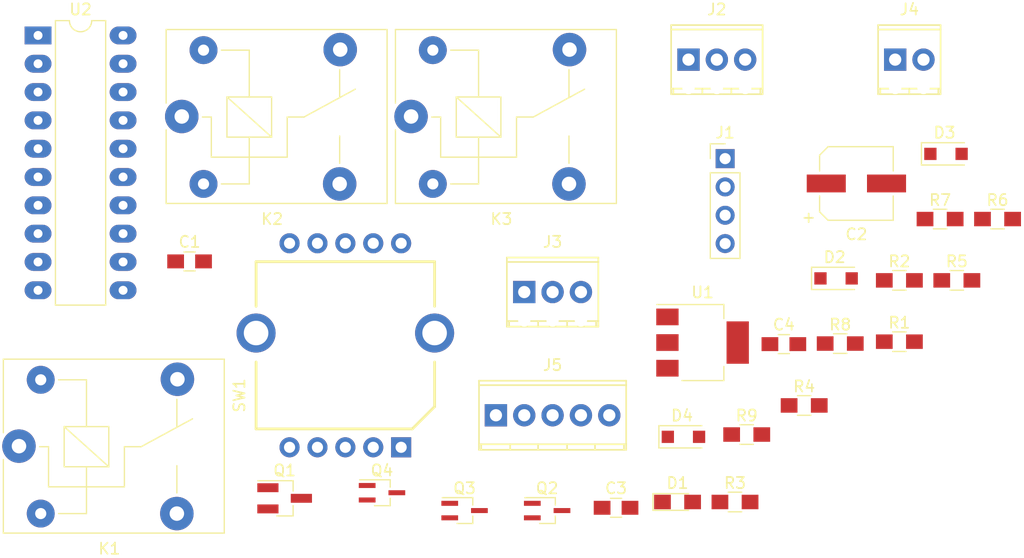
<source format=kicad_pcb>
(kicad_pcb (version 4) (host pcbnew 4.0.7-e2-6376~58~ubuntu16.04.1)

  (general
    (links 76)
    (no_connects 76)
    (area 0 0 0 0)
    (thickness 1.6)
    (drawings 0)
    (tracks 0)
    (zones 0)
    (modules 32)
    (nets 37)
  )

  (page A4)
  (layers
    (0 F.Cu signal)
    (31 B.Cu signal)
    (32 B.Adhes user)
    (33 F.Adhes user)
    (34 B.Paste user)
    (35 F.Paste user)
    (36 B.SilkS user)
    (37 F.SilkS user)
    (38 B.Mask user)
    (39 F.Mask user)
    (40 Dwgs.User user)
    (41 Cmts.User user)
    (42 Eco1.User user)
    (43 Eco2.User user)
    (44 Edge.Cuts user)
    (45 Margin user)
    (46 B.CrtYd user)
    (47 F.CrtYd user)
    (48 B.Fab user)
    (49 F.Fab user)
  )

  (setup
    (last_trace_width 0.25)
    (trace_clearance 0.2)
    (zone_clearance 0.508)
    (zone_45_only no)
    (trace_min 0.2)
    (segment_width 0.2)
    (edge_width 0.15)
    (via_size 0.6)
    (via_drill 0.4)
    (via_min_size 0.4)
    (via_min_drill 0.3)
    (uvia_size 0.3)
    (uvia_drill 0.1)
    (uvias_allowed no)
    (uvia_min_size 0.2)
    (uvia_min_drill 0.1)
    (pcb_text_width 0.3)
    (pcb_text_size 1.5 1.5)
    (mod_edge_width 0.15)
    (mod_text_size 1 1)
    (mod_text_width 0.15)
    (pad_size 1.524 1.524)
    (pad_drill 0.762)
    (pad_to_mask_clearance 0.2)
    (aux_axis_origin 0 0)
    (visible_elements FFFFFF7F)
    (pcbplotparams
      (layerselection 0x00030_80000001)
      (usegerberextensions false)
      (excludeedgelayer true)
      (linewidth 0.100000)
      (plotframeref false)
      (viasonmask false)
      (mode 1)
      (useauxorigin false)
      (hpglpennumber 1)
      (hpglpenspeed 20)
      (hpglpendiameter 15)
      (hpglpenoverlay 2)
      (psnegative false)
      (psa4output false)
      (plotreference true)
      (plotvalue true)
      (plotinvisibletext false)
      (padsonsilk false)
      (subtractmaskfromsilk false)
      (outputformat 1)
      (mirror false)
      (drillshape 1)
      (scaleselection 1)
      (outputdirectory ""))
  )

  (net 0 "")
  (net 1 +3V3)
  (net 2 GND)
  (net 3 "Net-(C3-Pad1)")
  (net 4 "Net-(D1-Pad1)")
  (net 5 "Net-(D1-Pad2)")
  (net 6 +12V)
  (net 7 "Net-(D2-Pad2)")
  (net 8 "Net-(D3-Pad2)")
  (net 9 "Net-(D4-Pad2)")
  (net 10 "Net-(J1-Pad2)")
  (net 11 /~RST)
  (net 12 "Net-(J2-Pad3)")
  (net 13 "Net-(J2-Pad2)")
  (net 14 "Net-(J3-Pad3)")
  (net 15 "Net-(J3-Pad2)")
  (net 16 /Slow)
  (net 17 /SW_C)
  (net 18 /Fast)
  (net 19 "Net-(K1-Pad3)")
  (net 20 "Net-(K1-Pad4)")
  (net 21 "Net-(K3-Pad4)")
  (net 22 "Net-(Q2-Pad1)")
  (net 23 "Net-(Q3-Pad1)")
  (net 24 "Net-(Q4-Pad1)")
  (net 25 "Net-(R5-Pad2)")
  (net 26 /R1)
  (net 27 /R2)
  (net 28 /R3)
  (net 29 "Net-(SW1-Pad3)")
  (net 30 "Net-(SW1-Pad2)")
  (net 31 "Net-(SW1-Pad4)")
  (net 32 "Net-(SW1-Pad5)")
  (net 33 "Net-(SW1-Pad9)")
  (net 34 "Net-(SW1-Pad8)")
  (net 35 "Net-(SW1-Pad7)")
  (net 36 "Net-(SW1-Pad6)")

  (net_class Default "This is the default net class."
    (clearance 0.2)
    (trace_width 0.25)
    (via_dia 0.6)
    (via_drill 0.4)
    (uvia_dia 0.3)
    (uvia_drill 0.1)
    (add_net +12V)
    (add_net +3V3)
    (add_net /Fast)
    (add_net /R1)
    (add_net /R2)
    (add_net /R3)
    (add_net /SW_C)
    (add_net /Slow)
    (add_net /~RST)
    (add_net GND)
    (add_net "Net-(C3-Pad1)")
    (add_net "Net-(D1-Pad1)")
    (add_net "Net-(D1-Pad2)")
    (add_net "Net-(D2-Pad2)")
    (add_net "Net-(D3-Pad2)")
    (add_net "Net-(D4-Pad2)")
    (add_net "Net-(J1-Pad2)")
    (add_net "Net-(J2-Pad2)")
    (add_net "Net-(J2-Pad3)")
    (add_net "Net-(J3-Pad2)")
    (add_net "Net-(J3-Pad3)")
    (add_net "Net-(K1-Pad3)")
    (add_net "Net-(K1-Pad4)")
    (add_net "Net-(K3-Pad4)")
    (add_net "Net-(Q2-Pad1)")
    (add_net "Net-(Q3-Pad1)")
    (add_net "Net-(Q4-Pad1)")
    (add_net "Net-(R5-Pad2)")
    (add_net "Net-(SW1-Pad2)")
    (add_net "Net-(SW1-Pad3)")
    (add_net "Net-(SW1-Pad4)")
    (add_net "Net-(SW1-Pad5)")
    (add_net "Net-(SW1-Pad6)")
    (add_net "Net-(SW1-Pad7)")
    (add_net "Net-(SW1-Pad8)")
    (add_net "Net-(SW1-Pad9)")
  )

  (module Capacitors_SMD:C_0805_HandSoldering (layer F.Cu) (tedit 58AA84A8) (tstamp 5ABBEC90)
    (at 93.815001 94.075)
    (descr "Capacitor SMD 0805, hand soldering")
    (tags "capacitor 0805")
    (path /5A9D9C45)
    (attr smd)
    (fp_text reference C1 (at 0 -1.75) (layer F.SilkS)
      (effects (font (size 1 1) (thickness 0.15)))
    )
    (fp_text value 100n (at 0 1.75) (layer F.Fab)
      (effects (font (size 1 1) (thickness 0.15)))
    )
    (fp_text user %R (at 0 -1.75) (layer F.Fab)
      (effects (font (size 1 1) (thickness 0.15)))
    )
    (fp_line (start -1 0.62) (end -1 -0.62) (layer F.Fab) (width 0.1))
    (fp_line (start 1 0.62) (end -1 0.62) (layer F.Fab) (width 0.1))
    (fp_line (start 1 -0.62) (end 1 0.62) (layer F.Fab) (width 0.1))
    (fp_line (start -1 -0.62) (end 1 -0.62) (layer F.Fab) (width 0.1))
    (fp_line (start 0.5 -0.85) (end -0.5 -0.85) (layer F.SilkS) (width 0.12))
    (fp_line (start -0.5 0.85) (end 0.5 0.85) (layer F.SilkS) (width 0.12))
    (fp_line (start -2.25 -0.88) (end 2.25 -0.88) (layer F.CrtYd) (width 0.05))
    (fp_line (start -2.25 -0.88) (end -2.25 0.87) (layer F.CrtYd) (width 0.05))
    (fp_line (start 2.25 0.87) (end 2.25 -0.88) (layer F.CrtYd) (width 0.05))
    (fp_line (start 2.25 0.87) (end -2.25 0.87) (layer F.CrtYd) (width 0.05))
    (pad 1 smd rect (at -1.25 0) (size 1.5 1.25) (layers F.Cu F.Paste F.Mask)
      (net 1 +3V3))
    (pad 2 smd rect (at 1.25 0) (size 1.5 1.25) (layers F.Cu F.Paste F.Mask)
      (net 2 GND))
    (model Capacitors_SMD.3dshapes/C_0805.wrl
      (at (xyz 0 0 0))
      (scale (xyz 1 1 1))
      (rotate (xyz 0 0 0))
    )
  )

  (module Capacitors_SMD:CP_Elec_6.3x5.3 (layer F.Cu) (tedit 58AA8B2D) (tstamp 5ABBEC96)
    (at 153.575001 87.085)
    (descr "SMT capacitor, aluminium electrolytic, 6.3x5.3")
    (path /5A9D9C64)
    (attr smd)
    (fp_text reference C2 (at 0 4.56) (layer F.SilkS)
      (effects (font (size 1 1) (thickness 0.15)))
    )
    (fp_text value 10u (at 0 -4.56) (layer F.Fab)
      (effects (font (size 1 1) (thickness 0.15)))
    )
    (fp_circle (center 0 0) (end 0.6 3) (layer F.Fab) (width 0.1))
    (fp_text user + (at -1.75 -0.08) (layer F.Fab)
      (effects (font (size 1 1) (thickness 0.15)))
    )
    (fp_text user + (at -4.28 3.01) (layer F.SilkS)
      (effects (font (size 1 1) (thickness 0.15)))
    )
    (fp_text user %R (at 0 4.56) (layer F.Fab)
      (effects (font (size 1 1) (thickness 0.15)))
    )
    (fp_line (start 3.15 3.15) (end 3.15 -3.15) (layer F.Fab) (width 0.1))
    (fp_line (start -2.48 3.15) (end 3.15 3.15) (layer F.Fab) (width 0.1))
    (fp_line (start -3.15 2.48) (end -2.48 3.15) (layer F.Fab) (width 0.1))
    (fp_line (start -3.15 -2.48) (end -3.15 2.48) (layer F.Fab) (width 0.1))
    (fp_line (start -2.48 -3.15) (end -3.15 -2.48) (layer F.Fab) (width 0.1))
    (fp_line (start 3.15 -3.15) (end -2.48 -3.15) (layer F.Fab) (width 0.1))
    (fp_line (start 3.3 3.3) (end 3.3 1.12) (layer F.SilkS) (width 0.12))
    (fp_line (start 3.3 -3.3) (end 3.3 -1.12) (layer F.SilkS) (width 0.12))
    (fp_line (start -3.3 2.54) (end -3.3 1.12) (layer F.SilkS) (width 0.12))
    (fp_line (start -3.3 -2.54) (end -3.3 -1.12) (layer F.SilkS) (width 0.12))
    (fp_line (start 3.3 3.3) (end -2.54 3.3) (layer F.SilkS) (width 0.12))
    (fp_line (start -2.54 3.3) (end -3.3 2.54) (layer F.SilkS) (width 0.12))
    (fp_line (start -3.3 -2.54) (end -2.54 -3.3) (layer F.SilkS) (width 0.12))
    (fp_line (start -2.54 -3.3) (end 3.3 -3.3) (layer F.SilkS) (width 0.12))
    (fp_line (start -4.7 -3.4) (end 4.7 -3.4) (layer F.CrtYd) (width 0.05))
    (fp_line (start -4.7 -3.4) (end -4.7 3.4) (layer F.CrtYd) (width 0.05))
    (fp_line (start 4.7 3.4) (end 4.7 -3.4) (layer F.CrtYd) (width 0.05))
    (fp_line (start 4.7 3.4) (end -4.7 3.4) (layer F.CrtYd) (width 0.05))
    (pad 1 smd rect (at -2.7 0 180) (size 3.5 1.6) (layers F.Cu F.Paste F.Mask)
      (net 1 +3V3))
    (pad 2 smd rect (at 2.7 0 180) (size 3.5 1.6) (layers F.Cu F.Paste F.Mask)
      (net 2 GND))
    (model Capacitors_SMD.3dshapes/CP_Elec_6.3x5.3.wrl
      (at (xyz 0 0 0))
      (scale (xyz 1 1 1))
      (rotate (xyz 0 0 180))
    )
  )

  (module Capacitors_SMD:C_0805_HandSoldering (layer F.Cu) (tedit 58AA84A8) (tstamp 5ABBEC9C)
    (at 132.035001 116.175)
    (descr "Capacitor SMD 0805, hand soldering")
    (tags "capacitor 0805")
    (path /5A9DABAE)
    (attr smd)
    (fp_text reference C3 (at 0 -1.75) (layer F.SilkS)
      (effects (font (size 1 1) (thickness 0.15)))
    )
    (fp_text value 100n (at 0 1.75) (layer F.Fab)
      (effects (font (size 1 1) (thickness 0.15)))
    )
    (fp_text user %R (at 0 -1.75) (layer F.Fab)
      (effects (font (size 1 1) (thickness 0.15)))
    )
    (fp_line (start -1 0.62) (end -1 -0.62) (layer F.Fab) (width 0.1))
    (fp_line (start 1 0.62) (end -1 0.62) (layer F.Fab) (width 0.1))
    (fp_line (start 1 -0.62) (end 1 0.62) (layer F.Fab) (width 0.1))
    (fp_line (start -1 -0.62) (end 1 -0.62) (layer F.Fab) (width 0.1))
    (fp_line (start 0.5 -0.85) (end -0.5 -0.85) (layer F.SilkS) (width 0.12))
    (fp_line (start -0.5 0.85) (end 0.5 0.85) (layer F.SilkS) (width 0.12))
    (fp_line (start -2.25 -0.88) (end 2.25 -0.88) (layer F.CrtYd) (width 0.05))
    (fp_line (start -2.25 -0.88) (end -2.25 0.87) (layer F.CrtYd) (width 0.05))
    (fp_line (start 2.25 0.87) (end 2.25 -0.88) (layer F.CrtYd) (width 0.05))
    (fp_line (start 2.25 0.87) (end -2.25 0.87) (layer F.CrtYd) (width 0.05))
    (pad 1 smd rect (at -1.25 0) (size 1.5 1.25) (layers F.Cu F.Paste F.Mask)
      (net 3 "Net-(C3-Pad1)"))
    (pad 2 smd rect (at 1.25 0) (size 1.5 1.25) (layers F.Cu F.Paste F.Mask)
      (net 2 GND))
    (model Capacitors_SMD.3dshapes/C_0805.wrl
      (at (xyz 0 0 0))
      (scale (xyz 1 1 1))
      (rotate (xyz 0 0 0))
    )
  )

  (module Capacitors_SMD:C_0805_HandSoldering (layer F.Cu) (tedit 58AA84A8) (tstamp 5ABBECA2)
    (at 147.075001 101.495)
    (descr "Capacitor SMD 0805, hand soldering")
    (tags "capacitor 0805")
    (path /5A9DAA23)
    (attr smd)
    (fp_text reference C4 (at 0 -1.75) (layer F.SilkS)
      (effects (font (size 1 1) (thickness 0.15)))
    )
    (fp_text value 100n (at 0 1.75) (layer F.Fab)
      (effects (font (size 1 1) (thickness 0.15)))
    )
    (fp_text user %R (at 0 -1.75) (layer F.Fab)
      (effects (font (size 1 1) (thickness 0.15)))
    )
    (fp_line (start -1 0.62) (end -1 -0.62) (layer F.Fab) (width 0.1))
    (fp_line (start 1 0.62) (end -1 0.62) (layer F.Fab) (width 0.1))
    (fp_line (start 1 -0.62) (end 1 0.62) (layer F.Fab) (width 0.1))
    (fp_line (start -1 -0.62) (end 1 -0.62) (layer F.Fab) (width 0.1))
    (fp_line (start 0.5 -0.85) (end -0.5 -0.85) (layer F.SilkS) (width 0.12))
    (fp_line (start -0.5 0.85) (end 0.5 0.85) (layer F.SilkS) (width 0.12))
    (fp_line (start -2.25 -0.88) (end 2.25 -0.88) (layer F.CrtYd) (width 0.05))
    (fp_line (start -2.25 -0.88) (end -2.25 0.87) (layer F.CrtYd) (width 0.05))
    (fp_line (start 2.25 0.87) (end 2.25 -0.88) (layer F.CrtYd) (width 0.05))
    (fp_line (start 2.25 0.87) (end -2.25 0.87) (layer F.CrtYd) (width 0.05))
    (pad 1 smd rect (at -1.25 0) (size 1.5 1.25) (layers F.Cu F.Paste F.Mask)
      (net 1 +3V3))
    (pad 2 smd rect (at 1.25 0) (size 1.5 1.25) (layers F.Cu F.Paste F.Mask)
      (net 2 GND))
    (model Capacitors_SMD.3dshapes/C_0805.wrl
      (at (xyz 0 0 0))
      (scale (xyz 1 1 1))
      (rotate (xyz 0 0 0))
    )
  )

  (module LEDs:LED_0805_HandSoldering (layer F.Cu) (tedit 595FCA25) (tstamp 5ABBECA8)
    (at 137.545001 115.655)
    (descr "Resistor SMD 0805, hand soldering")
    (tags "resistor 0805")
    (path /5ABCD23B)
    (attr smd)
    (fp_text reference D1 (at 0 -1.7) (layer F.SilkS)
      (effects (font (size 1 1) (thickness 0.15)))
    )
    (fp_text value LED (at 0 1.75) (layer F.Fab)
      (effects (font (size 1 1) (thickness 0.15)))
    )
    (fp_line (start -0.4 -0.4) (end -0.4 0.4) (layer F.Fab) (width 0.1))
    (fp_line (start -0.4 0) (end 0.2 -0.4) (layer F.Fab) (width 0.1))
    (fp_line (start 0.2 0.4) (end -0.4 0) (layer F.Fab) (width 0.1))
    (fp_line (start 0.2 -0.4) (end 0.2 0.4) (layer F.Fab) (width 0.1))
    (fp_line (start -1 0.62) (end -1 -0.62) (layer F.Fab) (width 0.1))
    (fp_line (start 1 0.62) (end -1 0.62) (layer F.Fab) (width 0.1))
    (fp_line (start 1 -0.62) (end 1 0.62) (layer F.Fab) (width 0.1))
    (fp_line (start -1 -0.62) (end 1 -0.62) (layer F.Fab) (width 0.1))
    (fp_line (start 1 0.75) (end -2.2 0.75) (layer F.SilkS) (width 0.12))
    (fp_line (start -2.2 -0.75) (end 1 -0.75) (layer F.SilkS) (width 0.12))
    (fp_line (start -2.35 -0.9) (end 2.35 -0.9) (layer F.CrtYd) (width 0.05))
    (fp_line (start -2.35 -0.9) (end -2.35 0.9) (layer F.CrtYd) (width 0.05))
    (fp_line (start 2.35 0.9) (end 2.35 -0.9) (layer F.CrtYd) (width 0.05))
    (fp_line (start 2.35 0.9) (end -2.35 0.9) (layer F.CrtYd) (width 0.05))
    (fp_line (start -2.2 -0.75) (end -2.2 0.75) (layer F.SilkS) (width 0.12))
    (pad 1 smd rect (at -1.35 0) (size 1.5 1.3) (layers F.Cu F.Paste F.Mask)
      (net 4 "Net-(D1-Pad1)"))
    (pad 2 smd rect (at 1.35 0) (size 1.5 1.3) (layers F.Cu F.Paste F.Mask)
      (net 5 "Net-(D1-Pad2)"))
    (model ${KISYS3DMOD}/LEDs.3dshapes/LED_0805.wrl
      (at (xyz 0 0 0))
      (scale (xyz 1 1 1))
      (rotate (xyz 0 0 0))
    )
  )

  (module Diodes_SMD:D_SOD-123F (layer F.Cu) (tedit 587F7769) (tstamp 5ABBECAE)
    (at 151.754762 95.6)
    (descr D_SOD-123F)
    (tags D_SOD-123F)
    (path /5A9E0316)
    (attr smd)
    (fp_text reference D2 (at -0.127 -1.905) (layer F.SilkS)
      (effects (font (size 1 1) (thickness 0.15)))
    )
    (fp_text value 1N4148 (at 0 2.1) (layer F.Fab)
      (effects (font (size 1 1) (thickness 0.15)))
    )
    (fp_text user %R (at -0.127 -1.905) (layer F.Fab)
      (effects (font (size 1 1) (thickness 0.15)))
    )
    (fp_line (start -2.2 -1) (end -2.2 1) (layer F.SilkS) (width 0.12))
    (fp_line (start 0.25 0) (end 0.75 0) (layer F.Fab) (width 0.1))
    (fp_line (start 0.25 0.4) (end -0.35 0) (layer F.Fab) (width 0.1))
    (fp_line (start 0.25 -0.4) (end 0.25 0.4) (layer F.Fab) (width 0.1))
    (fp_line (start -0.35 0) (end 0.25 -0.4) (layer F.Fab) (width 0.1))
    (fp_line (start -0.35 0) (end -0.35 0.55) (layer F.Fab) (width 0.1))
    (fp_line (start -0.35 0) (end -0.35 -0.55) (layer F.Fab) (width 0.1))
    (fp_line (start -0.75 0) (end -0.35 0) (layer F.Fab) (width 0.1))
    (fp_line (start -1.4 0.9) (end -1.4 -0.9) (layer F.Fab) (width 0.1))
    (fp_line (start 1.4 0.9) (end -1.4 0.9) (layer F.Fab) (width 0.1))
    (fp_line (start 1.4 -0.9) (end 1.4 0.9) (layer F.Fab) (width 0.1))
    (fp_line (start -1.4 -0.9) (end 1.4 -0.9) (layer F.Fab) (width 0.1))
    (fp_line (start -2.2 -1.15) (end 2.2 -1.15) (layer F.CrtYd) (width 0.05))
    (fp_line (start 2.2 -1.15) (end 2.2 1.15) (layer F.CrtYd) (width 0.05))
    (fp_line (start 2.2 1.15) (end -2.2 1.15) (layer F.CrtYd) (width 0.05))
    (fp_line (start -2.2 -1.15) (end -2.2 1.15) (layer F.CrtYd) (width 0.05))
    (fp_line (start -2.2 1) (end 1.65 1) (layer F.SilkS) (width 0.12))
    (fp_line (start -2.2 -1) (end 1.65 -1) (layer F.SilkS) (width 0.12))
    (pad 1 smd rect (at -1.4 0) (size 1.1 1.1) (layers F.Cu F.Paste F.Mask)
      (net 6 +12V))
    (pad 2 smd rect (at 1.4 0) (size 1.1 1.1) (layers F.Cu F.Paste F.Mask)
      (net 7 "Net-(D2-Pad2)"))
    (model ${KISYS3DMOD}/Diodes_SMD.3dshapes/D_SOD-123F.wrl
      (at (xyz 0 0 0))
      (scale (xyz 1 1 1))
      (rotate (xyz 0 0 0))
    )
  )

  (module Diodes_SMD:D_SOD-123F (layer F.Cu) (tedit 587F7769) (tstamp 5ABBECB4)
    (at 161.604762 84.43)
    (descr D_SOD-123F)
    (tags D_SOD-123F)
    (path /5A9DFFBA)
    (attr smd)
    (fp_text reference D3 (at -0.127 -1.905) (layer F.SilkS)
      (effects (font (size 1 1) (thickness 0.15)))
    )
    (fp_text value 1N4148 (at 0 2.1) (layer F.Fab)
      (effects (font (size 1 1) (thickness 0.15)))
    )
    (fp_text user %R (at -0.127 -1.905) (layer F.Fab)
      (effects (font (size 1 1) (thickness 0.15)))
    )
    (fp_line (start -2.2 -1) (end -2.2 1) (layer F.SilkS) (width 0.12))
    (fp_line (start 0.25 0) (end 0.75 0) (layer F.Fab) (width 0.1))
    (fp_line (start 0.25 0.4) (end -0.35 0) (layer F.Fab) (width 0.1))
    (fp_line (start 0.25 -0.4) (end 0.25 0.4) (layer F.Fab) (width 0.1))
    (fp_line (start -0.35 0) (end 0.25 -0.4) (layer F.Fab) (width 0.1))
    (fp_line (start -0.35 0) (end -0.35 0.55) (layer F.Fab) (width 0.1))
    (fp_line (start -0.35 0) (end -0.35 -0.55) (layer F.Fab) (width 0.1))
    (fp_line (start -0.75 0) (end -0.35 0) (layer F.Fab) (width 0.1))
    (fp_line (start -1.4 0.9) (end -1.4 -0.9) (layer F.Fab) (width 0.1))
    (fp_line (start 1.4 0.9) (end -1.4 0.9) (layer F.Fab) (width 0.1))
    (fp_line (start 1.4 -0.9) (end 1.4 0.9) (layer F.Fab) (width 0.1))
    (fp_line (start -1.4 -0.9) (end 1.4 -0.9) (layer F.Fab) (width 0.1))
    (fp_line (start -2.2 -1.15) (end 2.2 -1.15) (layer F.CrtYd) (width 0.05))
    (fp_line (start 2.2 -1.15) (end 2.2 1.15) (layer F.CrtYd) (width 0.05))
    (fp_line (start 2.2 1.15) (end -2.2 1.15) (layer F.CrtYd) (width 0.05))
    (fp_line (start -2.2 -1.15) (end -2.2 1.15) (layer F.CrtYd) (width 0.05))
    (fp_line (start -2.2 1) (end 1.65 1) (layer F.SilkS) (width 0.12))
    (fp_line (start -2.2 -1) (end 1.65 -1) (layer F.SilkS) (width 0.12))
    (pad 1 smd rect (at -1.4 0) (size 1.1 1.1) (layers F.Cu F.Paste F.Mask)
      (net 6 +12V))
    (pad 2 smd rect (at 1.4 0) (size 1.1 1.1) (layers F.Cu F.Paste F.Mask)
      (net 8 "Net-(D3-Pad2)"))
    (model ${KISYS3DMOD}/Diodes_SMD.3dshapes/D_SOD-123F.wrl
      (at (xyz 0 0 0))
      (scale (xyz 1 1 1))
      (rotate (xyz 0 0 0))
    )
  )

  (module Diodes_SMD:D_SOD-123F (layer F.Cu) (tedit 587F7769) (tstamp 5ABBECBA)
    (at 138.074762 109.81)
    (descr D_SOD-123F)
    (tags D_SOD-123F)
    (path /5A9DBDDB)
    (attr smd)
    (fp_text reference D4 (at -0.127 -1.905) (layer F.SilkS)
      (effects (font (size 1 1) (thickness 0.15)))
    )
    (fp_text value 1N4148 (at 0 2.1) (layer F.Fab)
      (effects (font (size 1 1) (thickness 0.15)))
    )
    (fp_text user %R (at -0.127 -1.905) (layer F.Fab)
      (effects (font (size 1 1) (thickness 0.15)))
    )
    (fp_line (start -2.2 -1) (end -2.2 1) (layer F.SilkS) (width 0.12))
    (fp_line (start 0.25 0) (end 0.75 0) (layer F.Fab) (width 0.1))
    (fp_line (start 0.25 0.4) (end -0.35 0) (layer F.Fab) (width 0.1))
    (fp_line (start 0.25 -0.4) (end 0.25 0.4) (layer F.Fab) (width 0.1))
    (fp_line (start -0.35 0) (end 0.25 -0.4) (layer F.Fab) (width 0.1))
    (fp_line (start -0.35 0) (end -0.35 0.55) (layer F.Fab) (width 0.1))
    (fp_line (start -0.35 0) (end -0.35 -0.55) (layer F.Fab) (width 0.1))
    (fp_line (start -0.75 0) (end -0.35 0) (layer F.Fab) (width 0.1))
    (fp_line (start -1.4 0.9) (end -1.4 -0.9) (layer F.Fab) (width 0.1))
    (fp_line (start 1.4 0.9) (end -1.4 0.9) (layer F.Fab) (width 0.1))
    (fp_line (start 1.4 -0.9) (end 1.4 0.9) (layer F.Fab) (width 0.1))
    (fp_line (start -1.4 -0.9) (end 1.4 -0.9) (layer F.Fab) (width 0.1))
    (fp_line (start -2.2 -1.15) (end 2.2 -1.15) (layer F.CrtYd) (width 0.05))
    (fp_line (start 2.2 -1.15) (end 2.2 1.15) (layer F.CrtYd) (width 0.05))
    (fp_line (start 2.2 1.15) (end -2.2 1.15) (layer F.CrtYd) (width 0.05))
    (fp_line (start -2.2 -1.15) (end -2.2 1.15) (layer F.CrtYd) (width 0.05))
    (fp_line (start -2.2 1) (end 1.65 1) (layer F.SilkS) (width 0.12))
    (fp_line (start -2.2 -1) (end 1.65 -1) (layer F.SilkS) (width 0.12))
    (pad 1 smd rect (at -1.4 0) (size 1.1 1.1) (layers F.Cu F.Paste F.Mask)
      (net 6 +12V))
    (pad 2 smd rect (at 1.4 0) (size 1.1 1.1) (layers F.Cu F.Paste F.Mask)
      (net 9 "Net-(D4-Pad2)"))
    (model ${KISYS3DMOD}/Diodes_SMD.3dshapes/D_SOD-123F.wrl
      (at (xyz 0 0 0))
      (scale (xyz 1 1 1))
      (rotate (xyz 0 0 0))
    )
  )

  (module Pin_Headers:Pin_Header_Straight_1x04_Pitch2.54mm (layer F.Cu) (tedit 59650532) (tstamp 5ABBECC2)
    (at 141.812858 84.855)
    (descr "Through hole straight pin header, 1x04, 2.54mm pitch, single row")
    (tags "Through hole pin header THT 1x04 2.54mm single row")
    (path /5A9DA1AE)
    (fp_text reference J1 (at 0 -2.33) (layer F.SilkS)
      (effects (font (size 1 1) (thickness 0.15)))
    )
    (fp_text value Conn_01x04_Male (at 0 9.95) (layer F.Fab)
      (effects (font (size 1 1) (thickness 0.15)))
    )
    (fp_line (start -0.635 -1.27) (end 1.27 -1.27) (layer F.Fab) (width 0.1))
    (fp_line (start 1.27 -1.27) (end 1.27 8.89) (layer F.Fab) (width 0.1))
    (fp_line (start 1.27 8.89) (end -1.27 8.89) (layer F.Fab) (width 0.1))
    (fp_line (start -1.27 8.89) (end -1.27 -0.635) (layer F.Fab) (width 0.1))
    (fp_line (start -1.27 -0.635) (end -0.635 -1.27) (layer F.Fab) (width 0.1))
    (fp_line (start -1.33 8.95) (end 1.33 8.95) (layer F.SilkS) (width 0.12))
    (fp_line (start -1.33 1.27) (end -1.33 8.95) (layer F.SilkS) (width 0.12))
    (fp_line (start 1.33 1.27) (end 1.33 8.95) (layer F.SilkS) (width 0.12))
    (fp_line (start -1.33 1.27) (end 1.33 1.27) (layer F.SilkS) (width 0.12))
    (fp_line (start -1.33 0) (end -1.33 -1.33) (layer F.SilkS) (width 0.12))
    (fp_line (start -1.33 -1.33) (end 0 -1.33) (layer F.SilkS) (width 0.12))
    (fp_line (start -1.8 -1.8) (end -1.8 9.4) (layer F.CrtYd) (width 0.05))
    (fp_line (start -1.8 9.4) (end 1.8 9.4) (layer F.CrtYd) (width 0.05))
    (fp_line (start 1.8 9.4) (end 1.8 -1.8) (layer F.CrtYd) (width 0.05))
    (fp_line (start 1.8 -1.8) (end -1.8 -1.8) (layer F.CrtYd) (width 0.05))
    (fp_text user %R (at 0 3.81 90) (layer F.Fab)
      (effects (font (size 1 1) (thickness 0.15)))
    )
    (pad 1 thru_hole rect (at 0 0) (size 1.7 1.7) (drill 1) (layers *.Cu *.Mask)
      (net 2 GND))
    (pad 2 thru_hole oval (at 0 2.54) (size 1.7 1.7) (drill 1) (layers *.Cu *.Mask)
      (net 10 "Net-(J1-Pad2)"))
    (pad 3 thru_hole oval (at 0 5.08) (size 1.7 1.7) (drill 1) (layers *.Cu *.Mask)
      (net 11 /~RST))
    (pad 4 thru_hole oval (at 0 7.62) (size 1.7 1.7) (drill 1) (layers *.Cu *.Mask)
      (net 1 +3V3))
    (model ${KISYS3DMOD}/Pin_Headers.3dshapes/Pin_Header_Straight_1x04_Pitch2.54mm.wrl
      (at (xyz 0 0 0))
      (scale (xyz 1 1 1))
      (rotate (xyz 0 0 0))
    )
  )

  (module TerminalBlock_Phoenix:TerminalBlock_Phoenix_MPT-2.54mm_3pol (layer F.Cu) (tedit 59FF0755) (tstamp 5ABBECCC)
    (at 138.528572 75.97588)
    (descr "3-way 2.54mm pitch terminal block, Phoenix MPT series")
    (path /5ABBE533)
    (fp_text reference J2 (at 2.54 -4.50088) (layer F.SilkS)
      (effects (font (size 1 1) (thickness 0.15)))
    )
    (fp_text value Screw_Terminal_01x03 (at 2.54 4.50088) (layer F.Fab)
      (effects (font (size 1 1) (thickness 0.15)))
    )
    (fp_text user %R (at 2.54 1.045) (layer F.Fab)
      (effects (font (size 1 1) (thickness 0.15)))
    )
    (fp_line (start -1.78 3.3) (end 6.86 3.3) (layer F.CrtYd) (width 0.05))
    (fp_line (start -1.78 -3.3) (end -1.78 3.3) (layer F.CrtYd) (width 0.05))
    (fp_line (start 6.86 -3.3) (end -1.78 -3.3) (layer F.CrtYd) (width 0.05))
    (fp_line (start 6.86 3.3) (end 6.86 -3.3) (layer F.CrtYd) (width 0.05))
    (fp_line (start 6.63956 -3.0988) (end -1.55956 -3.0988) (layer F.SilkS) (width 0.15))
    (fp_line (start 6.63956 -2.70002) (end -1.55956 -2.70002) (layer F.SilkS) (width 0.15))
    (fp_line (start 6.63956 2.60096) (end -1.55956 2.60096) (layer F.SilkS) (width 0.15))
    (fp_line (start -1.55956 3.0988) (end 6.63956 3.0988) (layer F.SilkS) (width 0.15))
    (fp_line (start 3.84048 2.60096) (end 3.84048 3.0988) (layer F.SilkS) (width 0.15))
    (fp_line (start -1.3589 3.0988) (end -1.3589 2.60096) (layer F.SilkS) (width 0.15))
    (fp_line (start 6.44144 2.60096) (end 6.44144 3.0988) (layer F.SilkS) (width 0.15))
    (fp_line (start 1.24206 3.0988) (end 1.24206 2.60096) (layer F.SilkS) (width 0.15))
    (fp_line (start 6.63956 3.0988) (end 6.63956 -3.0988) (layer F.SilkS) (width 0.15))
    (fp_line (start -1.55702 -3.0988) (end -1.55702 3.0988) (layer F.SilkS) (width 0.15))
    (pad 3 thru_hole oval (at 5.08 0) (size 1.99898 1.99898) (drill 1.09728) (layers *.Cu *.Mask)
      (net 12 "Net-(J2-Pad3)"))
    (pad 1 thru_hole rect (at 0 0) (size 1.99898 1.99898) (drill 1.09728) (layers *.Cu *.Mask)
      (net 2 GND))
    (pad 2 thru_hole oval (at 2.54 0) (size 1.99898 1.99898) (drill 1.09728) (layers *.Cu *.Mask)
      (net 13 "Net-(J2-Pad2)"))
    (pad "" np_thru_hole circle (at 0 2.54) (size 1.1 1.1) (drill 1.1) (layers *.Cu *.Mask))
    (pad "" np_thru_hole circle (at 2.54 2.54) (size 1.1 1.1) (drill 1.1) (layers *.Cu *.Mask))
    (pad "" np_thru_hole circle (at 5.08 2.54) (size 1.1 1.1) (drill 1.1) (layers *.Cu *.Mask))
    (model ${KISYS3DMOD}/TerminalBlock_Phoenix.3dshapes/TerminalBlock_Phoenix_MPT-2.54mm_3pol.wrl
      (at (xyz 0.1 0 0))
      (scale (xyz 1 1 1))
      (rotate (xyz 0 0 0))
    )
  )

  (module TerminalBlock_Phoenix:TerminalBlock_Phoenix_MPT-2.54mm_3pol (layer F.Cu) (tedit 59FF0755) (tstamp 5ABBECD6)
    (at 123.808572 96.82588)
    (descr "3-way 2.54mm pitch terminal block, Phoenix MPT series")
    (path /5ABBE5BE)
    (fp_text reference J3 (at 2.54 -4.50088) (layer F.SilkS)
      (effects (font (size 1 1) (thickness 0.15)))
    )
    (fp_text value Screw_Terminal_01x03 (at 2.54 4.50088) (layer F.Fab)
      (effects (font (size 1 1) (thickness 0.15)))
    )
    (fp_text user %R (at 2.54 1.045) (layer F.Fab)
      (effects (font (size 1 1) (thickness 0.15)))
    )
    (fp_line (start -1.78 3.3) (end 6.86 3.3) (layer F.CrtYd) (width 0.05))
    (fp_line (start -1.78 -3.3) (end -1.78 3.3) (layer F.CrtYd) (width 0.05))
    (fp_line (start 6.86 -3.3) (end -1.78 -3.3) (layer F.CrtYd) (width 0.05))
    (fp_line (start 6.86 3.3) (end 6.86 -3.3) (layer F.CrtYd) (width 0.05))
    (fp_line (start 6.63956 -3.0988) (end -1.55956 -3.0988) (layer F.SilkS) (width 0.15))
    (fp_line (start 6.63956 -2.70002) (end -1.55956 -2.70002) (layer F.SilkS) (width 0.15))
    (fp_line (start 6.63956 2.60096) (end -1.55956 2.60096) (layer F.SilkS) (width 0.15))
    (fp_line (start -1.55956 3.0988) (end 6.63956 3.0988) (layer F.SilkS) (width 0.15))
    (fp_line (start 3.84048 2.60096) (end 3.84048 3.0988) (layer F.SilkS) (width 0.15))
    (fp_line (start -1.3589 3.0988) (end -1.3589 2.60096) (layer F.SilkS) (width 0.15))
    (fp_line (start 6.44144 2.60096) (end 6.44144 3.0988) (layer F.SilkS) (width 0.15))
    (fp_line (start 1.24206 3.0988) (end 1.24206 2.60096) (layer F.SilkS) (width 0.15))
    (fp_line (start 6.63956 3.0988) (end 6.63956 -3.0988) (layer F.SilkS) (width 0.15))
    (fp_line (start -1.55702 -3.0988) (end -1.55702 3.0988) (layer F.SilkS) (width 0.15))
    (pad 3 thru_hole oval (at 5.08 0) (size 1.99898 1.99898) (drill 1.09728) (layers *.Cu *.Mask)
      (net 14 "Net-(J3-Pad3)"))
    (pad 1 thru_hole rect (at 0 0) (size 1.99898 1.99898) (drill 1.09728) (layers *.Cu *.Mask)
      (net 2 GND))
    (pad 2 thru_hole oval (at 2.54 0) (size 1.99898 1.99898) (drill 1.09728) (layers *.Cu *.Mask)
      (net 15 "Net-(J3-Pad2)"))
    (pad "" np_thru_hole circle (at 0 2.54) (size 1.1 1.1) (drill 1.1) (layers *.Cu *.Mask))
    (pad "" np_thru_hole circle (at 2.54 2.54) (size 1.1 1.1) (drill 1.1) (layers *.Cu *.Mask))
    (pad "" np_thru_hole circle (at 5.08 2.54) (size 1.1 1.1) (drill 1.1) (layers *.Cu *.Mask))
    (model ${KISYS3DMOD}/TerminalBlock_Phoenix.3dshapes/TerminalBlock_Phoenix_MPT-2.54mm_3pol.wrl
      (at (xyz 0.1 0 0))
      (scale (xyz 1 1 1))
      (rotate (xyz 0 0 0))
    )
  )

  (module TerminalBlock_Phoenix:TerminalBlock_Phoenix_MPT-2.54mm_2pol (layer F.Cu) (tedit 59FF0755) (tstamp 5ABBECDE)
    (at 157.048572 75.97588)
    (descr "2-way 2.54mm pitch terminal block, Phoenix MPT series")
    (path /5ABCF7CA)
    (fp_text reference J4 (at 1.27 -4.50088) (layer F.SilkS)
      (effects (font (size 1 1) (thickness 0.15)))
    )
    (fp_text value Screw_Terminal_01x02 (at 1.27 4.50088) (layer F.Fab)
      (effects (font (size 1 1) (thickness 0.15)))
    )
    (fp_text user %R (at 1.27 1.045) (layer F.Fab)
      (effects (font (size 1 1) (thickness 0.15)))
    )
    (fp_line (start -1.7 -3.3) (end 4.3 -3.3) (layer F.CrtYd) (width 0.05))
    (fp_line (start -1.7 3.3) (end -1.7 -3.3) (layer F.CrtYd) (width 0.05))
    (fp_line (start 4.3 3.3) (end -1.7 3.3) (layer F.CrtYd) (width 0.05))
    (fp_line (start 4.3 -3.3) (end 4.3 3.3) (layer F.CrtYd) (width 0.05))
    (fp_line (start 4.06908 2.60096) (end -1.52908 2.60096) (layer F.SilkS) (width 0.15))
    (fp_line (start -1.33096 3.0988) (end -1.33096 2.60096) (layer F.SilkS) (width 0.15))
    (fp_line (start 3.87096 2.60096) (end 3.87096 3.0988) (layer F.SilkS) (width 0.15))
    (fp_line (start 1.27 3.0988) (end 1.27 2.60096) (layer F.SilkS) (width 0.15))
    (fp_line (start -1.52908 -2.70002) (end 4.06908 -2.70002) (layer F.SilkS) (width 0.15))
    (fp_line (start -1.52908 3.0988) (end 4.06908 3.0988) (layer F.SilkS) (width 0.15))
    (fp_line (start 4.06908 3.0988) (end 4.06908 -3.0988) (layer F.SilkS) (width 0.15))
    (fp_line (start 4.06908 -3.0988) (end -1.52908 -3.0988) (layer F.SilkS) (width 0.15))
    (fp_line (start -1.52908 -3.0988) (end -1.52908 3.0988) (layer F.SilkS) (width 0.15))
    (pad 2 thru_hole oval (at 2.54 0) (size 1.99898 1.99898) (drill 1.09728) (layers *.Cu *.Mask)
      (net 6 +12V))
    (pad 1 thru_hole rect (at 0 0) (size 1.99898 1.99898) (drill 1.09728) (layers *.Cu *.Mask)
      (net 2 GND))
    (pad "" np_thru_hole circle (at 0 2.54) (size 1.1 1.1) (drill 1.1) (layers *.Cu *.Mask))
    (pad "" np_thru_hole circle (at 2.54 2.54) (size 1.1 1.1) (drill 1.1) (layers *.Cu *.Mask))
    (model ${KISYS3DMOD}/TerminalBlock_Phoenix.3dshapes/TerminalBlock_Phoenix_MPT-2.54mm_2pol.wrl
      (at (xyz 0.05 0 0))
      (scale (xyz 1 1 1))
      (rotate (xyz 0 0 0))
    )
  )

  (module TerminalBlock_Phoenix:TerminalBlock_Phoenix_MPT-2.54mm_5pol (layer F.Cu) (tedit 59FF0755) (tstamp 5ABBECE7)
    (at 121.268572 107.87588)
    (descr "5-way 2.54mm pitch terminal block, Phoenix MPT series")
    (path /5ABD3915)
    (fp_text reference J5 (at 5.08 -4.50088) (layer F.SilkS)
      (effects (font (size 1 1) (thickness 0.15)))
    )
    (fp_text value Screw_Terminal_01x05 (at 5.08 4.50088) (layer F.Fab)
      (effects (font (size 1 1) (thickness 0.15)))
    )
    (fp_text user %R (at 5.08 0) (layer F.Fab)
      (effects (font (size 1 1) (thickness 0.15)))
    )
    (fp_line (start -1.78 -3.3) (end 11.94 -3.3) (layer F.CrtYd) (width 0.05))
    (fp_line (start -1.78 3.3) (end -1.78 -3.3) (layer F.CrtYd) (width 0.05))
    (fp_line (start 11.94 3.3) (end -1.78 3.3) (layer F.CrtYd) (width 0.05))
    (fp_line (start 11.94 -3.3) (end 11.94 3.3) (layer F.CrtYd) (width 0.05))
    (fp_line (start 8.87984 2.60096) (end 8.87984 3.0988) (layer F.SilkS) (width 0.15))
    (fp_line (start 11.67892 3.0988) (end -1.51892 3.0988) (layer F.SilkS) (width 0.15))
    (fp_line (start -1.51892 2.60096) (end 11.67892 2.60096) (layer F.SilkS) (width 0.15))
    (fp_line (start -1.51892 -2.70002) (end 11.67892 -2.70002) (layer F.SilkS) (width 0.15))
    (fp_line (start 11.67892 -3.0988) (end -1.51892 -3.0988) (layer F.SilkS) (width 0.15))
    (fp_line (start 6.37794 2.60096) (end 6.37794 3.0988) (layer F.SilkS) (width 0.15))
    (fp_line (start 3.77952 2.60096) (end 3.77952 3.0988) (layer F.SilkS) (width 0.15))
    (fp_line (start -1.31826 3.0988) (end -1.31826 2.60096) (layer F.SilkS) (width 0.15))
    (fp_line (start 11.47826 2.60096) (end 11.47826 3.0988) (layer F.SilkS) (width 0.15))
    (fp_line (start 1.2827 3.0988) (end 1.2827 2.60096) (layer F.SilkS) (width 0.15))
    (fp_line (start 11.67638 3.0988) (end 11.67638 -3.0988) (layer F.SilkS) (width 0.15))
    (fp_line (start -1.51638 -3.0988) (end -1.51638 3.0988) (layer F.SilkS) (width 0.15))
    (pad 4 thru_hole oval (at 7.62 0 180) (size 1.99898 1.99898) (drill 1.09728) (layers *.Cu *.Mask)
      (net 16 /Slow))
    (pad 1 thru_hole rect (at 0 0 180) (size 1.99898 1.99898) (drill 1.09728) (layers *.Cu *.Mask)
      (net 2 GND))
    (pad 2 thru_hole oval (at 2.54 0 180) (size 1.99898 1.99898) (drill 1.09728) (layers *.Cu *.Mask)
      (net 6 +12V))
    (pad 3 thru_hole oval (at 5.08 0 180) (size 1.99898 1.99898) (drill 1.09728) (layers *.Cu *.Mask)
      (net 17 /SW_C))
    (pad 5 thru_hole oval (at 10.16 0 180) (size 1.99898 1.99898) (drill 1.09728) (layers *.Cu *.Mask)
      (net 18 /Fast))
    (model ${KISYS3DMOD}/TerminalBlock_Phoenix.3dshapes/TerminalBlock_Phoenix_MPT-2.54mm_5pol.wrl
      (at (xyz 0.2 0 0))
      (scale (xyz 1 1 1))
      (rotate (xyz 0 0 0))
    )
  )

  (module Relays_THT:Relay_SPDT_SANYOU_SRD_Series_Form_C (layer F.Cu) (tedit 58FA3148) (tstamp 5ABBECF0)
    (at 78.525001 110.645)
    (descr "relay Sanyou SRD series Form C http://www.sanyourelay.ca/public/products/pdf/SRD.pdf")
    (tags "relay Sanyu SRD form C")
    (path /5ABD4AB4)
    (fp_text reference K1 (at 8.1 9.2) (layer F.SilkS)
      (effects (font (size 1 1) (thickness 0.15)))
    )
    (fp_text value SANYOU_SRD_Form_C (at 8 -9.6) (layer F.Fab)
      (effects (font (size 1 1) (thickness 0.15)))
    )
    (fp_line (start -1.4 1.2) (end -1.4 7.8) (layer F.SilkS) (width 0.12))
    (fp_line (start -1.4 -7.8) (end -1.4 -1.2) (layer F.SilkS) (width 0.12))
    (fp_line (start -1.4 -7.8) (end 18.4 -7.8) (layer F.SilkS) (width 0.12))
    (fp_line (start 18.4 -7.8) (end 18.4 7.8) (layer F.SilkS) (width 0.12))
    (fp_line (start 18.4 7.8) (end -1.4 7.8) (layer F.SilkS) (width 0.12))
    (fp_text user 1 (at 0 -2.3) (layer F.Fab)
      (effects (font (size 1 1) (thickness 0.15)))
    )
    (fp_line (start -1.3 -7.7) (end 18.3 -7.7) (layer F.Fab) (width 0.12))
    (fp_line (start 18.3 -7.7) (end 18.3 7.7) (layer F.Fab) (width 0.12))
    (fp_line (start 18.3 7.7) (end -1.3 7.7) (layer F.Fab) (width 0.12))
    (fp_line (start -1.3 7.7) (end -1.3 -7.7) (layer F.Fab) (width 0.12))
    (fp_text user %R (at 7.1 0.025) (layer F.Fab)
      (effects (font (size 1 1) (thickness 0.15)))
    )
    (fp_line (start 18.55 -7.95) (end -1.55 -7.95) (layer F.CrtYd) (width 0.05))
    (fp_line (start -1.55 7.95) (end -1.55 -7.95) (layer F.CrtYd) (width 0.05))
    (fp_line (start 18.55 -7.95) (end 18.55 7.95) (layer F.CrtYd) (width 0.05))
    (fp_line (start -1.55 7.95) (end 18.55 7.95) (layer F.CrtYd) (width 0.05))
    (fp_line (start 14.15 4.2) (end 14.15 1.75) (layer F.SilkS) (width 0.12))
    (fp_line (start 14.15 -4.2) (end 14.15 -1.7) (layer F.SilkS) (width 0.12))
    (fp_line (start 3.55 6.05) (end 6.05 6.05) (layer F.SilkS) (width 0.12))
    (fp_line (start 2.65 0.05) (end 1.85 0.05) (layer F.SilkS) (width 0.12))
    (fp_line (start 6.05 -5.95) (end 3.55 -5.95) (layer F.SilkS) (width 0.12))
    (fp_line (start 9.45 0.05) (end 10.95 0.05) (layer F.SilkS) (width 0.12))
    (fp_line (start 10.95 0.05) (end 15.55 -2.45) (layer F.SilkS) (width 0.12))
    (fp_line (start 9.45 3.65) (end 2.65 3.65) (layer F.SilkS) (width 0.12))
    (fp_line (start 9.45 0.05) (end 9.45 3.65) (layer F.SilkS) (width 0.12))
    (fp_line (start 2.65 0.05) (end 2.65 3.65) (layer F.SilkS) (width 0.12))
    (fp_line (start 6.05 -5.95) (end 6.05 -1.75) (layer F.SilkS) (width 0.12))
    (fp_line (start 6.05 1.85) (end 6.05 6.05) (layer F.SilkS) (width 0.12))
    (fp_line (start 8.05 1.85) (end 4.05 -1.75) (layer F.SilkS) (width 0.12))
    (fp_line (start 4.05 1.85) (end 4.05 -1.75) (layer F.SilkS) (width 0.12))
    (fp_line (start 4.05 -1.75) (end 8.05 -1.75) (layer F.SilkS) (width 0.12))
    (fp_line (start 8.05 -1.75) (end 8.05 1.85) (layer F.SilkS) (width 0.12))
    (fp_line (start 8.05 1.85) (end 4.05 1.85) (layer F.SilkS) (width 0.12))
    (pad 2 thru_hole circle (at 1.95 6.05 90) (size 2.5 2.5) (drill 1) (layers *.Cu *.Mask)
      (net 6 +12V))
    (pad 3 thru_hole circle (at 14.15 6.05 90) (size 3 3) (drill 1.3) (layers *.Cu *.Mask)
      (net 19 "Net-(K1-Pad3)"))
    (pad 4 thru_hole circle (at 14.2 -6 90) (size 3 3) (drill 1.3) (layers *.Cu *.Mask)
      (net 20 "Net-(K1-Pad4)"))
    (pad 5 thru_hole circle (at 1.95 -5.95 90) (size 2.5 2.5) (drill 1) (layers *.Cu *.Mask)
      (net 7 "Net-(D2-Pad2)"))
    (pad 1 thru_hole circle (at 0 0 90) (size 3 3) (drill 1.3) (layers *.Cu *.Mask)
      (net 6 +12V))
    (model ${KISYS3DMOD}/Relays_THT.3dshapes/Relay_SPDT_SANYOU_SRD_Series_Form_C.wrl
      (at (xyz 0 0 0))
      (scale (xyz 1 1 1))
      (rotate (xyz 0 0 0))
    )
  )

  (module Relays_THT:Relay_SPDT_SANYOU_SRD_Series_Form_C (layer F.Cu) (tedit 58FA3148) (tstamp 5ABBECF9)
    (at 93.115001 81.075)
    (descr "relay Sanyou SRD series Form C http://www.sanyourelay.ca/public/products/pdf/SRD.pdf")
    (tags "relay Sanyu SRD form C")
    (path /5ABD49F8)
    (fp_text reference K2 (at 8.1 9.2) (layer F.SilkS)
      (effects (font (size 1 1) (thickness 0.15)))
    )
    (fp_text value SANYOU_SRD_Form_C (at 8 -9.6) (layer F.Fab)
      (effects (font (size 1 1) (thickness 0.15)))
    )
    (fp_line (start -1.4 1.2) (end -1.4 7.8) (layer F.SilkS) (width 0.12))
    (fp_line (start -1.4 -7.8) (end -1.4 -1.2) (layer F.SilkS) (width 0.12))
    (fp_line (start -1.4 -7.8) (end 18.4 -7.8) (layer F.SilkS) (width 0.12))
    (fp_line (start 18.4 -7.8) (end 18.4 7.8) (layer F.SilkS) (width 0.12))
    (fp_line (start 18.4 7.8) (end -1.4 7.8) (layer F.SilkS) (width 0.12))
    (fp_text user 1 (at 0 -2.3) (layer F.Fab)
      (effects (font (size 1 1) (thickness 0.15)))
    )
    (fp_line (start -1.3 -7.7) (end 18.3 -7.7) (layer F.Fab) (width 0.12))
    (fp_line (start 18.3 -7.7) (end 18.3 7.7) (layer F.Fab) (width 0.12))
    (fp_line (start 18.3 7.7) (end -1.3 7.7) (layer F.Fab) (width 0.12))
    (fp_line (start -1.3 7.7) (end -1.3 -7.7) (layer F.Fab) (width 0.12))
    (fp_text user %R (at 7.1 0.025) (layer F.Fab)
      (effects (font (size 1 1) (thickness 0.15)))
    )
    (fp_line (start 18.55 -7.95) (end -1.55 -7.95) (layer F.CrtYd) (width 0.05))
    (fp_line (start -1.55 7.95) (end -1.55 -7.95) (layer F.CrtYd) (width 0.05))
    (fp_line (start 18.55 -7.95) (end 18.55 7.95) (layer F.CrtYd) (width 0.05))
    (fp_line (start -1.55 7.95) (end 18.55 7.95) (layer F.CrtYd) (width 0.05))
    (fp_line (start 14.15 4.2) (end 14.15 1.75) (layer F.SilkS) (width 0.12))
    (fp_line (start 14.15 -4.2) (end 14.15 -1.7) (layer F.SilkS) (width 0.12))
    (fp_line (start 3.55 6.05) (end 6.05 6.05) (layer F.SilkS) (width 0.12))
    (fp_line (start 2.65 0.05) (end 1.85 0.05) (layer F.SilkS) (width 0.12))
    (fp_line (start 6.05 -5.95) (end 3.55 -5.95) (layer F.SilkS) (width 0.12))
    (fp_line (start 9.45 0.05) (end 10.95 0.05) (layer F.SilkS) (width 0.12))
    (fp_line (start 10.95 0.05) (end 15.55 -2.45) (layer F.SilkS) (width 0.12))
    (fp_line (start 9.45 3.65) (end 2.65 3.65) (layer F.SilkS) (width 0.12))
    (fp_line (start 9.45 0.05) (end 9.45 3.65) (layer F.SilkS) (width 0.12))
    (fp_line (start 2.65 0.05) (end 2.65 3.65) (layer F.SilkS) (width 0.12))
    (fp_line (start 6.05 -5.95) (end 6.05 -1.75) (layer F.SilkS) (width 0.12))
    (fp_line (start 6.05 1.85) (end 6.05 6.05) (layer F.SilkS) (width 0.12))
    (fp_line (start 8.05 1.85) (end 4.05 -1.75) (layer F.SilkS) (width 0.12))
    (fp_line (start 4.05 1.85) (end 4.05 -1.75) (layer F.SilkS) (width 0.12))
    (fp_line (start 4.05 -1.75) (end 8.05 -1.75) (layer F.SilkS) (width 0.12))
    (fp_line (start 8.05 -1.75) (end 8.05 1.85) (layer F.SilkS) (width 0.12))
    (fp_line (start 8.05 1.85) (end 4.05 1.85) (layer F.SilkS) (width 0.12))
    (pad 2 thru_hole circle (at 1.95 6.05 90) (size 2.5 2.5) (drill 1) (layers *.Cu *.Mask)
      (net 6 +12V))
    (pad 3 thru_hole circle (at 14.15 6.05 90) (size 3 3) (drill 1.3) (layers *.Cu *.Mask)
      (net 16 /Slow))
    (pad 4 thru_hole circle (at 14.2 -6 90) (size 3 3) (drill 1.3) (layers *.Cu *.Mask)
      (net 18 /Fast))
    (pad 5 thru_hole circle (at 1.95 -5.95 90) (size 2.5 2.5) (drill 1) (layers *.Cu *.Mask)
      (net 8 "Net-(D3-Pad2)"))
    (pad 1 thru_hole circle (at 0 0 90) (size 3 3) (drill 1.3) (layers *.Cu *.Mask)
      (net 20 "Net-(K1-Pad4)"))
    (model ${KISYS3DMOD}/Relays_THT.3dshapes/Relay_SPDT_SANYOU_SRD_Series_Form_C.wrl
      (at (xyz 0 0 0))
      (scale (xyz 1 1 1))
      (rotate (xyz 0 0 0))
    )
  )

  (module Relays_THT:Relay_SPDT_SANYOU_SRD_Series_Form_C (layer F.Cu) (tedit 58FA3148) (tstamp 5ABBED02)
    (at 113.665001 81.075)
    (descr "relay Sanyou SRD series Form C http://www.sanyourelay.ca/public/products/pdf/SRD.pdf")
    (tags "relay Sanyu SRD form C")
    (path /5ABD4833)
    (fp_text reference K3 (at 8.1 9.2) (layer F.SilkS)
      (effects (font (size 1 1) (thickness 0.15)))
    )
    (fp_text value SANYOU_SRD_Form_C (at 8 -9.6) (layer F.Fab)
      (effects (font (size 1 1) (thickness 0.15)))
    )
    (fp_line (start -1.4 1.2) (end -1.4 7.8) (layer F.SilkS) (width 0.12))
    (fp_line (start -1.4 -7.8) (end -1.4 -1.2) (layer F.SilkS) (width 0.12))
    (fp_line (start -1.4 -7.8) (end 18.4 -7.8) (layer F.SilkS) (width 0.12))
    (fp_line (start 18.4 -7.8) (end 18.4 7.8) (layer F.SilkS) (width 0.12))
    (fp_line (start 18.4 7.8) (end -1.4 7.8) (layer F.SilkS) (width 0.12))
    (fp_text user 1 (at 0 -2.3) (layer F.Fab)
      (effects (font (size 1 1) (thickness 0.15)))
    )
    (fp_line (start -1.3 -7.7) (end 18.3 -7.7) (layer F.Fab) (width 0.12))
    (fp_line (start 18.3 -7.7) (end 18.3 7.7) (layer F.Fab) (width 0.12))
    (fp_line (start 18.3 7.7) (end -1.3 7.7) (layer F.Fab) (width 0.12))
    (fp_line (start -1.3 7.7) (end -1.3 -7.7) (layer F.Fab) (width 0.12))
    (fp_text user %R (at 7.1 0.025) (layer F.Fab)
      (effects (font (size 1 1) (thickness 0.15)))
    )
    (fp_line (start 18.55 -7.95) (end -1.55 -7.95) (layer F.CrtYd) (width 0.05))
    (fp_line (start -1.55 7.95) (end -1.55 -7.95) (layer F.CrtYd) (width 0.05))
    (fp_line (start 18.55 -7.95) (end 18.55 7.95) (layer F.CrtYd) (width 0.05))
    (fp_line (start -1.55 7.95) (end 18.55 7.95) (layer F.CrtYd) (width 0.05))
    (fp_line (start 14.15 4.2) (end 14.15 1.75) (layer F.SilkS) (width 0.12))
    (fp_line (start 14.15 -4.2) (end 14.15 -1.7) (layer F.SilkS) (width 0.12))
    (fp_line (start 3.55 6.05) (end 6.05 6.05) (layer F.SilkS) (width 0.12))
    (fp_line (start 2.65 0.05) (end 1.85 0.05) (layer F.SilkS) (width 0.12))
    (fp_line (start 6.05 -5.95) (end 3.55 -5.95) (layer F.SilkS) (width 0.12))
    (fp_line (start 9.45 0.05) (end 10.95 0.05) (layer F.SilkS) (width 0.12))
    (fp_line (start 10.95 0.05) (end 15.55 -2.45) (layer F.SilkS) (width 0.12))
    (fp_line (start 9.45 3.65) (end 2.65 3.65) (layer F.SilkS) (width 0.12))
    (fp_line (start 9.45 0.05) (end 9.45 3.65) (layer F.SilkS) (width 0.12))
    (fp_line (start 2.65 0.05) (end 2.65 3.65) (layer F.SilkS) (width 0.12))
    (fp_line (start 6.05 -5.95) (end 6.05 -1.75) (layer F.SilkS) (width 0.12))
    (fp_line (start 6.05 1.85) (end 6.05 6.05) (layer F.SilkS) (width 0.12))
    (fp_line (start 8.05 1.85) (end 4.05 -1.75) (layer F.SilkS) (width 0.12))
    (fp_line (start 4.05 1.85) (end 4.05 -1.75) (layer F.SilkS) (width 0.12))
    (fp_line (start 4.05 -1.75) (end 8.05 -1.75) (layer F.SilkS) (width 0.12))
    (fp_line (start 8.05 -1.75) (end 8.05 1.85) (layer F.SilkS) (width 0.12))
    (fp_line (start 8.05 1.85) (end 4.05 1.85) (layer F.SilkS) (width 0.12))
    (pad 2 thru_hole circle (at 1.95 6.05 90) (size 2.5 2.5) (drill 1) (layers *.Cu *.Mask)
      (net 6 +12V))
    (pad 3 thru_hole circle (at 14.15 6.05 90) (size 3 3) (drill 1.3) (layers *.Cu *.Mask)
      (net 16 /Slow))
    (pad 4 thru_hole circle (at 14.2 -6 90) (size 3 3) (drill 1.3) (layers *.Cu *.Mask)
      (net 21 "Net-(K3-Pad4)"))
    (pad 5 thru_hole circle (at 1.95 -5.95 90) (size 2.5 2.5) (drill 1) (layers *.Cu *.Mask)
      (net 9 "Net-(D4-Pad2)"))
    (pad 1 thru_hole circle (at 0 0 90) (size 3 3) (drill 1.3) (layers *.Cu *.Mask)
      (net 17 /SW_C))
    (model ${KISYS3DMOD}/Relays_THT.3dshapes/Relay_SPDT_SANYOU_SRD_Series_Form_C.wrl
      (at (xyz 0 0 0))
      (scale (xyz 1 1 1))
      (rotate (xyz 0 0 0))
    )
  )

  (module TO_SOT_Packages_SMD:SOT-23_Handsoldering (layer F.Cu) (tedit 58CE4E7E) (tstamp 5ABBED09)
    (at 102.333333 115.325)
    (descr "SOT-23, Handsoldering")
    (tags SOT-23)
    (path /5A9DC872)
    (attr smd)
    (fp_text reference Q1 (at 0 -2.5) (layer F.SilkS)
      (effects (font (size 1 1) (thickness 0.15)))
    )
    (fp_text value Q_PMOS_GSD (at 0 2.5) (layer F.Fab)
      (effects (font (size 1 1) (thickness 0.15)))
    )
    (fp_text user %R (at 0 0 90) (layer F.Fab)
      (effects (font (size 0.5 0.5) (thickness 0.075)))
    )
    (fp_line (start 0.76 1.58) (end 0.76 0.65) (layer F.SilkS) (width 0.12))
    (fp_line (start 0.76 -1.58) (end 0.76 -0.65) (layer F.SilkS) (width 0.12))
    (fp_line (start -2.7 -1.75) (end 2.7 -1.75) (layer F.CrtYd) (width 0.05))
    (fp_line (start 2.7 -1.75) (end 2.7 1.75) (layer F.CrtYd) (width 0.05))
    (fp_line (start 2.7 1.75) (end -2.7 1.75) (layer F.CrtYd) (width 0.05))
    (fp_line (start -2.7 1.75) (end -2.7 -1.75) (layer F.CrtYd) (width 0.05))
    (fp_line (start 0.76 -1.58) (end -2.4 -1.58) (layer F.SilkS) (width 0.12))
    (fp_line (start -0.7 -0.95) (end -0.7 1.5) (layer F.Fab) (width 0.1))
    (fp_line (start -0.15 -1.52) (end 0.7 -1.52) (layer F.Fab) (width 0.1))
    (fp_line (start -0.7 -0.95) (end -0.15 -1.52) (layer F.Fab) (width 0.1))
    (fp_line (start 0.7 -1.52) (end 0.7 1.52) (layer F.Fab) (width 0.1))
    (fp_line (start -0.7 1.52) (end 0.7 1.52) (layer F.Fab) (width 0.1))
    (fp_line (start 0.76 1.58) (end -0.7 1.58) (layer F.SilkS) (width 0.12))
    (pad 1 smd rect (at -1.5 -0.95) (size 1.9 0.8) (layers F.Cu F.Paste F.Mask)
      (net 2 GND))
    (pad 2 smd rect (at -1.5 0.95) (size 1.9 0.8) (layers F.Cu F.Paste F.Mask)
      (net 3 "Net-(C3-Pad1)"))
    (pad 3 smd rect (at 1.5 0) (size 1.9 0.8) (layers F.Cu F.Paste F.Mask)
      (net 6 +12V))
    (model ${KISYS3DMOD}/TO_SOT_Packages_SMD.3dshapes\SOT-23.wrl
      (at (xyz 0 0 0))
      (scale (xyz 1 1 1))
      (rotate (xyz 0 0 0))
    )
  )

  (module TO_SOT_Packages_SMD:SOT-323_SC-70_Handsoldering (layer F.Cu) (tedit 58CE4E7F) (tstamp 5ABBED10)
    (at 125.86 116.425)
    (descr "SOT-323, SC-70 Handsoldering")
    (tags "SOT-323 SC-70 Handsoldering")
    (path /5A9E02FC)
    (attr smd)
    (fp_text reference Q2 (at 0 -2) (layer F.SilkS)
      (effects (font (size 1 1) (thickness 0.15)))
    )
    (fp_text value BC847BW (at 0 2.05) (layer F.Fab)
      (effects (font (size 1 1) (thickness 0.15)))
    )
    (fp_text user %R (at 0 0 90) (layer F.Fab)
      (effects (font (size 0.5 0.5) (thickness 0.075)))
    )
    (fp_line (start 0.735 0.5) (end 0.735 1.16) (layer F.SilkS) (width 0.12))
    (fp_line (start 0.735 -1.17) (end 0.735 -0.5) (layer F.SilkS) (width 0.12))
    (fp_line (start 2.4 1.3) (end -2.4 1.3) (layer F.CrtYd) (width 0.05))
    (fp_line (start 2.4 -1.3) (end 2.4 1.3) (layer F.CrtYd) (width 0.05))
    (fp_line (start -2.4 -1.3) (end 2.4 -1.3) (layer F.CrtYd) (width 0.05))
    (fp_line (start -2.4 1.3) (end -2.4 -1.3) (layer F.CrtYd) (width 0.05))
    (fp_line (start 0.735 -1.16) (end -2 -1.16) (layer F.SilkS) (width 0.12))
    (fp_line (start -0.675 1.16) (end 0.735 1.16) (layer F.SilkS) (width 0.12))
    (fp_line (start 0.675 -1.1) (end -0.175 -1.1) (layer F.Fab) (width 0.1))
    (fp_line (start -0.675 -0.6) (end -0.675 1.1) (layer F.Fab) (width 0.1))
    (fp_line (start 0.675 -1.1) (end 0.675 1.1) (layer F.Fab) (width 0.1))
    (fp_line (start 0.675 1.1) (end -0.675 1.1) (layer F.Fab) (width 0.1))
    (fp_line (start -0.175 -1.1) (end -0.675 -0.6) (layer F.Fab) (width 0.1))
    (pad 1 smd rect (at -1.33 -0.65 270) (size 0.45 1.5) (layers F.Cu F.Paste F.Mask)
      (net 22 "Net-(Q2-Pad1)"))
    (pad 2 smd rect (at -1.33 0.65 270) (size 0.45 1.5) (layers F.Cu F.Paste F.Mask)
      (net 2 GND))
    (pad 3 smd rect (at 1.33 0 270) (size 0.45 1.5) (layers F.Cu F.Paste F.Mask)
      (net 7 "Net-(D2-Pad2)"))
    (model ${KISYS3DMOD}/TO_SOT_Packages_SMD.3dshapes/SOT-323_SC-70.wrl
      (at (xyz 0 0 0))
      (scale (xyz 1 1 1))
      (rotate (xyz 0 0 0))
    )
  )

  (module TO_SOT_Packages_SMD:SOT-323_SC-70_Handsoldering (layer F.Cu) (tedit 58CE4E7F) (tstamp 5ABBED17)
    (at 118.46 116.425)
    (descr "SOT-323, SC-70 Handsoldering")
    (tags "SOT-323 SC-70 Handsoldering")
    (path /5A9DFFA0)
    (attr smd)
    (fp_text reference Q3 (at 0 -2) (layer F.SilkS)
      (effects (font (size 1 1) (thickness 0.15)))
    )
    (fp_text value BC847BW (at 0 2.05) (layer F.Fab)
      (effects (font (size 1 1) (thickness 0.15)))
    )
    (fp_text user %R (at 0 0 90) (layer F.Fab)
      (effects (font (size 0.5 0.5) (thickness 0.075)))
    )
    (fp_line (start 0.735 0.5) (end 0.735 1.16) (layer F.SilkS) (width 0.12))
    (fp_line (start 0.735 -1.17) (end 0.735 -0.5) (layer F.SilkS) (width 0.12))
    (fp_line (start 2.4 1.3) (end -2.4 1.3) (layer F.CrtYd) (width 0.05))
    (fp_line (start 2.4 -1.3) (end 2.4 1.3) (layer F.CrtYd) (width 0.05))
    (fp_line (start -2.4 -1.3) (end 2.4 -1.3) (layer F.CrtYd) (width 0.05))
    (fp_line (start -2.4 1.3) (end -2.4 -1.3) (layer F.CrtYd) (width 0.05))
    (fp_line (start 0.735 -1.16) (end -2 -1.16) (layer F.SilkS) (width 0.12))
    (fp_line (start -0.675 1.16) (end 0.735 1.16) (layer F.SilkS) (width 0.12))
    (fp_line (start 0.675 -1.1) (end -0.175 -1.1) (layer F.Fab) (width 0.1))
    (fp_line (start -0.675 -0.6) (end -0.675 1.1) (layer F.Fab) (width 0.1))
    (fp_line (start 0.675 -1.1) (end 0.675 1.1) (layer F.Fab) (width 0.1))
    (fp_line (start 0.675 1.1) (end -0.675 1.1) (layer F.Fab) (width 0.1))
    (fp_line (start -0.175 -1.1) (end -0.675 -0.6) (layer F.Fab) (width 0.1))
    (pad 1 smd rect (at -1.33 -0.65 270) (size 0.45 1.5) (layers F.Cu F.Paste F.Mask)
      (net 23 "Net-(Q3-Pad1)"))
    (pad 2 smd rect (at -1.33 0.65 270) (size 0.45 1.5) (layers F.Cu F.Paste F.Mask)
      (net 2 GND))
    (pad 3 smd rect (at 1.33 0 270) (size 0.45 1.5) (layers F.Cu F.Paste F.Mask)
      (net 8 "Net-(D3-Pad2)"))
    (model ${KISYS3DMOD}/TO_SOT_Packages_SMD.3dshapes/SOT-323_SC-70.wrl
      (at (xyz 0 0 0))
      (scale (xyz 1 1 1))
      (rotate (xyz 0 0 0))
    )
  )

  (module TO_SOT_Packages_SMD:SOT-323_SC-70_Handsoldering (layer F.Cu) (tedit 58CE4E7F) (tstamp 5ABBED1E)
    (at 111.06 114.825)
    (descr "SOT-323, SC-70 Handsoldering")
    (tags "SOT-323 SC-70 Handsoldering")
    (path /5A9DB1ED)
    (attr smd)
    (fp_text reference Q4 (at 0 -2) (layer F.SilkS)
      (effects (font (size 1 1) (thickness 0.15)))
    )
    (fp_text value BC847BW (at 0 2.05) (layer F.Fab)
      (effects (font (size 1 1) (thickness 0.15)))
    )
    (fp_text user %R (at 0 0 90) (layer F.Fab)
      (effects (font (size 0.5 0.5) (thickness 0.075)))
    )
    (fp_line (start 0.735 0.5) (end 0.735 1.16) (layer F.SilkS) (width 0.12))
    (fp_line (start 0.735 -1.17) (end 0.735 -0.5) (layer F.SilkS) (width 0.12))
    (fp_line (start 2.4 1.3) (end -2.4 1.3) (layer F.CrtYd) (width 0.05))
    (fp_line (start 2.4 -1.3) (end 2.4 1.3) (layer F.CrtYd) (width 0.05))
    (fp_line (start -2.4 -1.3) (end 2.4 -1.3) (layer F.CrtYd) (width 0.05))
    (fp_line (start -2.4 1.3) (end -2.4 -1.3) (layer F.CrtYd) (width 0.05))
    (fp_line (start 0.735 -1.16) (end -2 -1.16) (layer F.SilkS) (width 0.12))
    (fp_line (start -0.675 1.16) (end 0.735 1.16) (layer F.SilkS) (width 0.12))
    (fp_line (start 0.675 -1.1) (end -0.175 -1.1) (layer F.Fab) (width 0.1))
    (fp_line (start -0.675 -0.6) (end -0.675 1.1) (layer F.Fab) (width 0.1))
    (fp_line (start 0.675 -1.1) (end 0.675 1.1) (layer F.Fab) (width 0.1))
    (fp_line (start 0.675 1.1) (end -0.675 1.1) (layer F.Fab) (width 0.1))
    (fp_line (start -0.175 -1.1) (end -0.675 -0.6) (layer F.Fab) (width 0.1))
    (pad 1 smd rect (at -1.33 -0.65 270) (size 0.45 1.5) (layers F.Cu F.Paste F.Mask)
      (net 24 "Net-(Q4-Pad1)"))
    (pad 2 smd rect (at -1.33 0.65 270) (size 0.45 1.5) (layers F.Cu F.Paste F.Mask)
      (net 2 GND))
    (pad 3 smd rect (at 1.33 0 270) (size 0.45 1.5) (layers F.Cu F.Paste F.Mask)
      (net 9 "Net-(D4-Pad2)"))
    (model ${KISYS3DMOD}/TO_SOT_Packages_SMD.3dshapes/SOT-323_SC-70.wrl
      (at (xyz 0 0 0))
      (scale (xyz 1 1 1))
      (rotate (xyz 0 0 0))
    )
  )

  (module Resistors_SMD:R_0805_HandSoldering (layer F.Cu) (tedit 58E0A804) (tstamp 5ABBED24)
    (at 157.425001 101.275)
    (descr "Resistor SMD 0805, hand soldering")
    (tags "resistor 0805")
    (path /5A9D9E5A)
    (attr smd)
    (fp_text reference R1 (at 0 -1.7) (layer F.SilkS)
      (effects (font (size 1 1) (thickness 0.15)))
    )
    (fp_text value 10k (at 0 1.75) (layer F.Fab)
      (effects (font (size 1 1) (thickness 0.15)))
    )
    (fp_text user %R (at 0 0) (layer F.Fab)
      (effects (font (size 0.5 0.5) (thickness 0.075)))
    )
    (fp_line (start -1 0.62) (end -1 -0.62) (layer F.Fab) (width 0.1))
    (fp_line (start 1 0.62) (end -1 0.62) (layer F.Fab) (width 0.1))
    (fp_line (start 1 -0.62) (end 1 0.62) (layer F.Fab) (width 0.1))
    (fp_line (start -1 -0.62) (end 1 -0.62) (layer F.Fab) (width 0.1))
    (fp_line (start 0.6 0.88) (end -0.6 0.88) (layer F.SilkS) (width 0.12))
    (fp_line (start -0.6 -0.88) (end 0.6 -0.88) (layer F.SilkS) (width 0.12))
    (fp_line (start -2.35 -0.9) (end 2.35 -0.9) (layer F.CrtYd) (width 0.05))
    (fp_line (start -2.35 -0.9) (end -2.35 0.9) (layer F.CrtYd) (width 0.05))
    (fp_line (start 2.35 0.9) (end 2.35 -0.9) (layer F.CrtYd) (width 0.05))
    (fp_line (start 2.35 0.9) (end -2.35 0.9) (layer F.CrtYd) (width 0.05))
    (pad 1 smd rect (at -1.35 0) (size 1.5 1.3) (layers F.Cu F.Paste F.Mask)
      (net 1 +3V3))
    (pad 2 smd rect (at 1.35 0) (size 1.5 1.3) (layers F.Cu F.Paste F.Mask)
      (net 11 /~RST))
    (model ${KISYS3DMOD}/Resistors_SMD.3dshapes/R_0805.wrl
      (at (xyz 0 0 0))
      (scale (xyz 1 1 1))
      (rotate (xyz 0 0 0))
    )
  )

  (module Resistors_SMD:R_0805_HandSoldering (layer F.Cu) (tedit 58E0A804) (tstamp 5ABBED2A)
    (at 157.425001 95.775)
    (descr "Resistor SMD 0805, hand soldering")
    (tags "resistor 0805")
    (path /5ABC392E)
    (attr smd)
    (fp_text reference R2 (at 0 -1.7) (layer F.SilkS)
      (effects (font (size 1 1) (thickness 0.15)))
    )
    (fp_text value 10k (at 0 1.75) (layer F.Fab)
      (effects (font (size 1 1) (thickness 0.15)))
    )
    (fp_text user %R (at 0 0) (layer F.Fab)
      (effects (font (size 0.5 0.5) (thickness 0.075)))
    )
    (fp_line (start -1 0.62) (end -1 -0.62) (layer F.Fab) (width 0.1))
    (fp_line (start 1 0.62) (end -1 0.62) (layer F.Fab) (width 0.1))
    (fp_line (start 1 -0.62) (end 1 0.62) (layer F.Fab) (width 0.1))
    (fp_line (start -1 -0.62) (end 1 -0.62) (layer F.Fab) (width 0.1))
    (fp_line (start 0.6 0.88) (end -0.6 0.88) (layer F.SilkS) (width 0.12))
    (fp_line (start -0.6 -0.88) (end 0.6 -0.88) (layer F.SilkS) (width 0.12))
    (fp_line (start -2.35 -0.9) (end 2.35 -0.9) (layer F.CrtYd) (width 0.05))
    (fp_line (start -2.35 -0.9) (end -2.35 0.9) (layer F.CrtYd) (width 0.05))
    (fp_line (start 2.35 0.9) (end 2.35 -0.9) (layer F.CrtYd) (width 0.05))
    (fp_line (start 2.35 0.9) (end -2.35 0.9) (layer F.CrtYd) (width 0.05))
    (pad 1 smd rect (at -1.35 0) (size 1.5 1.3) (layers F.Cu F.Paste F.Mask)
      (net 1 +3V3))
    (pad 2 smd rect (at 1.35 0) (size 1.5 1.3) (layers F.Cu F.Paste F.Mask)
      (net 13 "Net-(J2-Pad2)"))
    (model ${KISYS3DMOD}/Resistors_SMD.3dshapes/R_0805.wrl
      (at (xyz 0 0 0))
      (scale (xyz 1 1 1))
      (rotate (xyz 0 0 0))
    )
  )

  (module Resistors_SMD:R_0805_HandSoldering (layer F.Cu) (tedit 58E0A804) (tstamp 5ABBED30)
    (at 142.695001 115.655)
    (descr "Resistor SMD 0805, hand soldering")
    (tags "resistor 0805")
    (path /5ABC32A8)
    (attr smd)
    (fp_text reference R3 (at 0 -1.7) (layer F.SilkS)
      (effects (font (size 1 1) (thickness 0.15)))
    )
    (fp_text value 10k (at 0 1.75) (layer F.Fab)
      (effects (font (size 1 1) (thickness 0.15)))
    )
    (fp_text user %R (at 0 0) (layer F.Fab)
      (effects (font (size 0.5 0.5) (thickness 0.075)))
    )
    (fp_line (start -1 0.62) (end -1 -0.62) (layer F.Fab) (width 0.1))
    (fp_line (start 1 0.62) (end -1 0.62) (layer F.Fab) (width 0.1))
    (fp_line (start 1 -0.62) (end 1 0.62) (layer F.Fab) (width 0.1))
    (fp_line (start -1 -0.62) (end 1 -0.62) (layer F.Fab) (width 0.1))
    (fp_line (start 0.6 0.88) (end -0.6 0.88) (layer F.SilkS) (width 0.12))
    (fp_line (start -0.6 -0.88) (end 0.6 -0.88) (layer F.SilkS) (width 0.12))
    (fp_line (start -2.35 -0.9) (end 2.35 -0.9) (layer F.CrtYd) (width 0.05))
    (fp_line (start -2.35 -0.9) (end -2.35 0.9) (layer F.CrtYd) (width 0.05))
    (fp_line (start 2.35 0.9) (end 2.35 -0.9) (layer F.CrtYd) (width 0.05))
    (fp_line (start 2.35 0.9) (end -2.35 0.9) (layer F.CrtYd) (width 0.05))
    (pad 1 smd rect (at -1.35 0) (size 1.5 1.3) (layers F.Cu F.Paste F.Mask)
      (net 1 +3V3))
    (pad 2 smd rect (at 1.35 0) (size 1.5 1.3) (layers F.Cu F.Paste F.Mask)
      (net 12 "Net-(J2-Pad3)"))
    (model ${KISYS3DMOD}/Resistors_SMD.3dshapes/R_0805.wrl
      (at (xyz 0 0 0))
      (scale (xyz 1 1 1))
      (rotate (xyz 0 0 0))
    )
  )

  (module Resistors_SMD:R_0805_HandSoldering (layer F.Cu) (tedit 58E0A804) (tstamp 5ABBED36)
    (at 148.895001 106.995)
    (descr "Resistor SMD 0805, hand soldering")
    (tags "resistor 0805")
    (path /5ABC75D8)
    (attr smd)
    (fp_text reference R4 (at 0 -1.7) (layer F.SilkS)
      (effects (font (size 1 1) (thickness 0.15)))
    )
    (fp_text value 10k (at 0 1.75) (layer F.Fab)
      (effects (font (size 1 1) (thickness 0.15)))
    )
    (fp_text user %R (at 0 0) (layer F.Fab)
      (effects (font (size 0.5 0.5) (thickness 0.075)))
    )
    (fp_line (start -1 0.62) (end -1 -0.62) (layer F.Fab) (width 0.1))
    (fp_line (start 1 0.62) (end -1 0.62) (layer F.Fab) (width 0.1))
    (fp_line (start 1 -0.62) (end 1 0.62) (layer F.Fab) (width 0.1))
    (fp_line (start -1 -0.62) (end 1 -0.62) (layer F.Fab) (width 0.1))
    (fp_line (start 0.6 0.88) (end -0.6 0.88) (layer F.SilkS) (width 0.12))
    (fp_line (start -0.6 -0.88) (end 0.6 -0.88) (layer F.SilkS) (width 0.12))
    (fp_line (start -2.35 -0.9) (end 2.35 -0.9) (layer F.CrtYd) (width 0.05))
    (fp_line (start -2.35 -0.9) (end -2.35 0.9) (layer F.CrtYd) (width 0.05))
    (fp_line (start 2.35 0.9) (end 2.35 -0.9) (layer F.CrtYd) (width 0.05))
    (fp_line (start 2.35 0.9) (end -2.35 0.9) (layer F.CrtYd) (width 0.05))
    (pad 1 smd rect (at -1.35 0) (size 1.5 1.3) (layers F.Cu F.Paste F.Mask)
      (net 1 +3V3))
    (pad 2 smd rect (at 1.35 0) (size 1.5 1.3) (layers F.Cu F.Paste F.Mask)
      (net 14 "Net-(J3-Pad3)"))
    (model ${KISYS3DMOD}/Resistors_SMD.3dshapes/R_0805.wrl
      (at (xyz 0 0 0))
      (scale (xyz 1 1 1))
      (rotate (xyz 0 0 0))
    )
  )

  (module Resistors_SMD:R_0805_HandSoldering (layer F.Cu) (tedit 58E0A804) (tstamp 5ABBED3C)
    (at 162.575001 95.775)
    (descr "Resistor SMD 0805, hand soldering")
    (tags "resistor 0805")
    (path /5ABC847C)
    (attr smd)
    (fp_text reference R5 (at 0 -1.7) (layer F.SilkS)
      (effects (font (size 1 1) (thickness 0.15)))
    )
    (fp_text value 300R (at 0 1.75) (layer F.Fab)
      (effects (font (size 1 1) (thickness 0.15)))
    )
    (fp_text user %R (at 0 0) (layer F.Fab)
      (effects (font (size 0.5 0.5) (thickness 0.075)))
    )
    (fp_line (start -1 0.62) (end -1 -0.62) (layer F.Fab) (width 0.1))
    (fp_line (start 1 0.62) (end -1 0.62) (layer F.Fab) (width 0.1))
    (fp_line (start 1 -0.62) (end 1 0.62) (layer F.Fab) (width 0.1))
    (fp_line (start -1 -0.62) (end 1 -0.62) (layer F.Fab) (width 0.1))
    (fp_line (start 0.6 0.88) (end -0.6 0.88) (layer F.SilkS) (width 0.12))
    (fp_line (start -0.6 -0.88) (end 0.6 -0.88) (layer F.SilkS) (width 0.12))
    (fp_line (start -2.35 -0.9) (end 2.35 -0.9) (layer F.CrtYd) (width 0.05))
    (fp_line (start -2.35 -0.9) (end -2.35 0.9) (layer F.CrtYd) (width 0.05))
    (fp_line (start 2.35 0.9) (end 2.35 -0.9) (layer F.CrtYd) (width 0.05))
    (fp_line (start 2.35 0.9) (end -2.35 0.9) (layer F.CrtYd) (width 0.05))
    (pad 1 smd rect (at -1.35 0) (size 1.5 1.3) (layers F.Cu F.Paste F.Mask)
      (net 15 "Net-(J3-Pad2)"))
    (pad 2 smd rect (at 1.35 0) (size 1.5 1.3) (layers F.Cu F.Paste F.Mask)
      (net 25 "Net-(R5-Pad2)"))
    (model ${KISYS3DMOD}/Resistors_SMD.3dshapes/R_0805.wrl
      (at (xyz 0 0 0))
      (scale (xyz 1 1 1))
      (rotate (xyz 0 0 0))
    )
  )

  (module Resistors_SMD:R_0805_HandSoldering (layer F.Cu) (tedit 58E0A804) (tstamp 5ABBED42)
    (at 166.225001 90.275)
    (descr "Resistor SMD 0805, hand soldering")
    (tags "resistor 0805")
    (path /5ABCD5C1)
    (attr smd)
    (fp_text reference R6 (at 0 -1.7) (layer F.SilkS)
      (effects (font (size 1 1) (thickness 0.15)))
    )
    (fp_text value 300R (at 0 1.75) (layer F.Fab)
      (effects (font (size 1 1) (thickness 0.15)))
    )
    (fp_text user %R (at 0 0) (layer F.Fab)
      (effects (font (size 0.5 0.5) (thickness 0.075)))
    )
    (fp_line (start -1 0.62) (end -1 -0.62) (layer F.Fab) (width 0.1))
    (fp_line (start 1 0.62) (end -1 0.62) (layer F.Fab) (width 0.1))
    (fp_line (start 1 -0.62) (end 1 0.62) (layer F.Fab) (width 0.1))
    (fp_line (start -1 -0.62) (end 1 -0.62) (layer F.Fab) (width 0.1))
    (fp_line (start 0.6 0.88) (end -0.6 0.88) (layer F.SilkS) (width 0.12))
    (fp_line (start -0.6 -0.88) (end 0.6 -0.88) (layer F.SilkS) (width 0.12))
    (fp_line (start -2.35 -0.9) (end 2.35 -0.9) (layer F.CrtYd) (width 0.05))
    (fp_line (start -2.35 -0.9) (end -2.35 0.9) (layer F.CrtYd) (width 0.05))
    (fp_line (start 2.35 0.9) (end 2.35 -0.9) (layer F.CrtYd) (width 0.05))
    (fp_line (start 2.35 0.9) (end -2.35 0.9) (layer F.CrtYd) (width 0.05))
    (pad 1 smd rect (at -1.35 0) (size 1.5 1.3) (layers F.Cu F.Paste F.Mask)
      (net 2 GND))
    (pad 2 smd rect (at 1.35 0) (size 1.5 1.3) (layers F.Cu F.Paste F.Mask)
      (net 4 "Net-(D1-Pad1)"))
    (model ${KISYS3DMOD}/Resistors_SMD.3dshapes/R_0805.wrl
      (at (xyz 0 0 0))
      (scale (xyz 1 1 1))
      (rotate (xyz 0 0 0))
    )
  )

  (module Resistors_SMD:R_0805_HandSoldering (layer F.Cu) (tedit 58E0A804) (tstamp 5ABBED48)
    (at 161.075001 90.275)
    (descr "Resistor SMD 0805, hand soldering")
    (tags "resistor 0805")
    (path /5A9E0302)
    (attr smd)
    (fp_text reference R7 (at 0 -1.7) (layer F.SilkS)
      (effects (font (size 1 1) (thickness 0.15)))
    )
    (fp_text value 4.7k (at 0 1.75) (layer F.Fab)
      (effects (font (size 1 1) (thickness 0.15)))
    )
    (fp_text user %R (at 0 0) (layer F.Fab)
      (effects (font (size 0.5 0.5) (thickness 0.075)))
    )
    (fp_line (start -1 0.62) (end -1 -0.62) (layer F.Fab) (width 0.1))
    (fp_line (start 1 0.62) (end -1 0.62) (layer F.Fab) (width 0.1))
    (fp_line (start 1 -0.62) (end 1 0.62) (layer F.Fab) (width 0.1))
    (fp_line (start -1 -0.62) (end 1 -0.62) (layer F.Fab) (width 0.1))
    (fp_line (start 0.6 0.88) (end -0.6 0.88) (layer F.SilkS) (width 0.12))
    (fp_line (start -0.6 -0.88) (end 0.6 -0.88) (layer F.SilkS) (width 0.12))
    (fp_line (start -2.35 -0.9) (end 2.35 -0.9) (layer F.CrtYd) (width 0.05))
    (fp_line (start -2.35 -0.9) (end -2.35 0.9) (layer F.CrtYd) (width 0.05))
    (fp_line (start 2.35 0.9) (end 2.35 -0.9) (layer F.CrtYd) (width 0.05))
    (fp_line (start 2.35 0.9) (end -2.35 0.9) (layer F.CrtYd) (width 0.05))
    (pad 1 smd rect (at -1.35 0) (size 1.5 1.3) (layers F.Cu F.Paste F.Mask)
      (net 22 "Net-(Q2-Pad1)"))
    (pad 2 smd rect (at 1.35 0) (size 1.5 1.3) (layers F.Cu F.Paste F.Mask)
      (net 26 /R1))
    (model ${KISYS3DMOD}/Resistors_SMD.3dshapes/R_0805.wrl
      (at (xyz 0 0 0))
      (scale (xyz 1 1 1))
      (rotate (xyz 0 0 0))
    )
  )

  (module Resistors_SMD:R_0805_HandSoldering (layer F.Cu) (tedit 58E0A804) (tstamp 5ABBED4E)
    (at 152.125001 101.445)
    (descr "Resistor SMD 0805, hand soldering")
    (tags "resistor 0805")
    (path /5A9DFFA6)
    (attr smd)
    (fp_text reference R8 (at 0 -1.7) (layer F.SilkS)
      (effects (font (size 1 1) (thickness 0.15)))
    )
    (fp_text value 4.7k (at 0 1.75) (layer F.Fab)
      (effects (font (size 1 1) (thickness 0.15)))
    )
    (fp_text user %R (at 0 0) (layer F.Fab)
      (effects (font (size 0.5 0.5) (thickness 0.075)))
    )
    (fp_line (start -1 0.62) (end -1 -0.62) (layer F.Fab) (width 0.1))
    (fp_line (start 1 0.62) (end -1 0.62) (layer F.Fab) (width 0.1))
    (fp_line (start 1 -0.62) (end 1 0.62) (layer F.Fab) (width 0.1))
    (fp_line (start -1 -0.62) (end 1 -0.62) (layer F.Fab) (width 0.1))
    (fp_line (start 0.6 0.88) (end -0.6 0.88) (layer F.SilkS) (width 0.12))
    (fp_line (start -0.6 -0.88) (end 0.6 -0.88) (layer F.SilkS) (width 0.12))
    (fp_line (start -2.35 -0.9) (end 2.35 -0.9) (layer F.CrtYd) (width 0.05))
    (fp_line (start -2.35 -0.9) (end -2.35 0.9) (layer F.CrtYd) (width 0.05))
    (fp_line (start 2.35 0.9) (end 2.35 -0.9) (layer F.CrtYd) (width 0.05))
    (fp_line (start 2.35 0.9) (end -2.35 0.9) (layer F.CrtYd) (width 0.05))
    (pad 1 smd rect (at -1.35 0) (size 1.5 1.3) (layers F.Cu F.Paste F.Mask)
      (net 23 "Net-(Q3-Pad1)"))
    (pad 2 smd rect (at 1.35 0) (size 1.5 1.3) (layers F.Cu F.Paste F.Mask)
      (net 27 /R2))
    (model ${KISYS3DMOD}/Resistors_SMD.3dshapes/R_0805.wrl
      (at (xyz 0 0 0))
      (scale (xyz 1 1 1))
      (rotate (xyz 0 0 0))
    )
  )

  (module Resistors_SMD:R_0805_HandSoldering (layer F.Cu) (tedit 58E0A804) (tstamp 5ABBED54)
    (at 143.745001 109.605)
    (descr "Resistor SMD 0805, hand soldering")
    (tags "resistor 0805")
    (path /5A9DB80C)
    (attr smd)
    (fp_text reference R9 (at 0 -1.7) (layer F.SilkS)
      (effects (font (size 1 1) (thickness 0.15)))
    )
    (fp_text value 4.7k (at 0 1.75) (layer F.Fab)
      (effects (font (size 1 1) (thickness 0.15)))
    )
    (fp_text user %R (at 0 0) (layer F.Fab)
      (effects (font (size 0.5 0.5) (thickness 0.075)))
    )
    (fp_line (start -1 0.62) (end -1 -0.62) (layer F.Fab) (width 0.1))
    (fp_line (start 1 0.62) (end -1 0.62) (layer F.Fab) (width 0.1))
    (fp_line (start 1 -0.62) (end 1 0.62) (layer F.Fab) (width 0.1))
    (fp_line (start -1 -0.62) (end 1 -0.62) (layer F.Fab) (width 0.1))
    (fp_line (start 0.6 0.88) (end -0.6 0.88) (layer F.SilkS) (width 0.12))
    (fp_line (start -0.6 -0.88) (end 0.6 -0.88) (layer F.SilkS) (width 0.12))
    (fp_line (start -2.35 -0.9) (end 2.35 -0.9) (layer F.CrtYd) (width 0.05))
    (fp_line (start -2.35 -0.9) (end -2.35 0.9) (layer F.CrtYd) (width 0.05))
    (fp_line (start 2.35 0.9) (end 2.35 -0.9) (layer F.CrtYd) (width 0.05))
    (fp_line (start 2.35 0.9) (end -2.35 0.9) (layer F.CrtYd) (width 0.05))
    (pad 1 smd rect (at -1.35 0) (size 1.5 1.3) (layers F.Cu F.Paste F.Mask)
      (net 24 "Net-(Q4-Pad1)"))
    (pad 2 smd rect (at 1.35 0) (size 1.5 1.3) (layers F.Cu F.Paste F.Mask)
      (net 28 /R3))
    (model ${KISYS3DMOD}/Resistors_SMD.3dshapes/R_0805.wrl
      (at (xyz 0 0 0))
      (scale (xyz 1 1 1))
      (rotate (xyz 0 0 0))
    )
  )

  (module windshield_wiper:ROT_SW_8 (layer F.Cu) (tedit 5ABBEADE) (tstamp 5ABBED64)
    (at 107.775 101.6)
    (path /5A9EC76F)
    (fp_text reference SW1 (at -9.5 4.5 90) (layer F.SilkS)
      (effects (font (size 1 1) (thickness 0.15)))
    )
    (fp_text value SW_Rotary8 (at 0 0) (layer F.Fab)
      (effects (font (size 1 1) (thickness 0.15)))
    )
    (fp_line (start 8 5.5) (end 6 7.5) (layer F.SilkS) (width 0.25))
    (fp_line (start 8 5.5) (end 8 1.5) (layer F.SilkS) (width 0.25))
    (fp_line (start -8 7.5) (end 6 7.5) (layer F.SilkS) (width 0.25))
    (fp_line (start -8 1.5) (end -8 7.5) (layer F.SilkS) (width 0.25))
    (fp_line (start 8 -7.5) (end 8 -3.5) (layer F.SilkS) (width 0.25))
    (fp_line (start -8 -7.5) (end 8 -7.5) (layer F.SilkS) (width 0.25))
    (fp_line (start -8 -3.5) (end -8 -7.5) (layer F.SilkS) (width 0.25))
    (pad 3 thru_hole circle (at 0 9.15) (size 1.8 1.8) (drill 1) (layers *.Cu *.Mask)
      (net 29 "Net-(SW1-Pad3)"))
    (pad 1 thru_hole rect (at 5 9.15) (size 1.8 1.8) (drill 1) (layers *.Cu *.Mask)
      (net 2 GND))
    (pad 2 thru_hole circle (at 2.5 9.15) (size 1.8 1.8) (drill 1) (layers *.Cu *.Mask)
      (net 30 "Net-(SW1-Pad2)"))
    (pad 4 thru_hole circle (at -2.5 9.15) (size 1.8 1.8) (drill 1) (layers *.Cu *.Mask)
      (net 31 "Net-(SW1-Pad4)"))
    (pad 5 thru_hole circle (at -5 9.15) (size 1.8 1.8) (drill 1) (layers *.Cu *.Mask)
      (net 32 "Net-(SW1-Pad5)"))
    (pad 10 thru_hole circle (at 5 -9.15) (size 1.8 1.8) (drill 1) (layers *.Cu *.Mask)
      (net 2 GND))
    (pad 9 thru_hole circle (at 2.5 -9.15) (size 1.8 1.8) (drill 1) (layers *.Cu *.Mask)
      (net 33 "Net-(SW1-Pad9)"))
    (pad 8 thru_hole circle (at 0 -9.15) (size 1.8 1.8) (drill 1) (layers *.Cu *.Mask)
      (net 34 "Net-(SW1-Pad8)"))
    (pad 7 thru_hole circle (at -2.5 -9.15) (size 1.8 1.8) (drill 1) (layers *.Cu *.Mask)
      (net 35 "Net-(SW1-Pad7)"))
    (pad 6 thru_hole circle (at -5 -9.15) (size 1.8 1.8) (drill 1) (layers *.Cu *.Mask)
      (net 36 "Net-(SW1-Pad6)"))
    (pad "" np_thru_hole circle (at -8 -1.1) (size 3.5 3.5) (drill 2.2) (layers *.Cu *.Mask))
    (pad "" np_thru_hole circle (at 8 -1.1) (size 3.5 3.5) (drill 2.2) (layers *.Cu *.Mask))
  )

  (module TO_SOT_Packages_SMD:SOT-223-3_TabPin2 (layer F.Cu) (tedit 58CE4E7E) (tstamp 5ABBED6C)
    (at 139.789047 101.355)
    (descr "module CMS SOT223 4 pins")
    (tags "CMS SOT")
    (path /5A9DA639)
    (attr smd)
    (fp_text reference U1 (at 0 -4.5) (layer F.SilkS)
      (effects (font (size 1 1) (thickness 0.15)))
    )
    (fp_text value AZ1117-3.3 (at 0 4.5) (layer F.Fab)
      (effects (font (size 1 1) (thickness 0.15)))
    )
    (fp_text user %R (at 0 0 90) (layer F.Fab)
      (effects (font (size 0.8 0.8) (thickness 0.12)))
    )
    (fp_line (start 1.91 3.41) (end 1.91 2.15) (layer F.SilkS) (width 0.12))
    (fp_line (start 1.91 -3.41) (end 1.91 -2.15) (layer F.SilkS) (width 0.12))
    (fp_line (start 4.4 -3.6) (end -4.4 -3.6) (layer F.CrtYd) (width 0.05))
    (fp_line (start 4.4 3.6) (end 4.4 -3.6) (layer F.CrtYd) (width 0.05))
    (fp_line (start -4.4 3.6) (end 4.4 3.6) (layer F.CrtYd) (width 0.05))
    (fp_line (start -4.4 -3.6) (end -4.4 3.6) (layer F.CrtYd) (width 0.05))
    (fp_line (start -1.85 -2.35) (end -0.85 -3.35) (layer F.Fab) (width 0.1))
    (fp_line (start -1.85 -2.35) (end -1.85 3.35) (layer F.Fab) (width 0.1))
    (fp_line (start -1.85 3.41) (end 1.91 3.41) (layer F.SilkS) (width 0.12))
    (fp_line (start -0.85 -3.35) (end 1.85 -3.35) (layer F.Fab) (width 0.1))
    (fp_line (start -4.1 -3.41) (end 1.91 -3.41) (layer F.SilkS) (width 0.12))
    (fp_line (start -1.85 3.35) (end 1.85 3.35) (layer F.Fab) (width 0.1))
    (fp_line (start 1.85 -3.35) (end 1.85 3.35) (layer F.Fab) (width 0.1))
    (pad 2 smd rect (at 3.15 0) (size 2 3.8) (layers F.Cu F.Paste F.Mask)
      (net 1 +3V3))
    (pad 2 smd rect (at -3.15 0) (size 2 1.5) (layers F.Cu F.Paste F.Mask)
      (net 1 +3V3))
    (pad 3 smd rect (at -3.15 2.3) (size 2 1.5) (layers F.Cu F.Paste F.Mask)
      (net 3 "Net-(C3-Pad1)"))
    (pad 1 smd rect (at -3.15 -2.3) (size 2 1.5) (layers F.Cu F.Paste F.Mask)
      (net 2 GND))
    (model ${KISYS3DMOD}/TO_SOT_Packages_SMD.3dshapes/SOT-223.wrl
      (at (xyz 0 0 0))
      (scale (xyz 1 1 1))
      (rotate (xyz 0 0 0))
    )
  )

  (module Housings_DIP:DIP-20_W7.62mm_LongPads (layer F.Cu) (tedit 59C78D6B) (tstamp 5ABBED84)
    (at 80.235238 73.805)
    (descr "20-lead though-hole mounted DIP package, row spacing 7.62 mm (300 mils), LongPads")
    (tags "THT DIP DIL PDIP 2.54mm 7.62mm 300mil LongPads")
    (path /5A9D9B9F)
    (fp_text reference U2 (at 3.81 -2.33) (layer F.SilkS)
      (effects (font (size 1 1) (thickness 0.15)))
    )
    (fp_text value MSP430G2553IN20 (at 3.81 25.19) (layer F.Fab)
      (effects (font (size 1 1) (thickness 0.15)))
    )
    (fp_arc (start 3.81 -1.33) (end 2.81 -1.33) (angle -180) (layer F.SilkS) (width 0.12))
    (fp_line (start 1.635 -1.27) (end 6.985 -1.27) (layer F.Fab) (width 0.1))
    (fp_line (start 6.985 -1.27) (end 6.985 24.13) (layer F.Fab) (width 0.1))
    (fp_line (start 6.985 24.13) (end 0.635 24.13) (layer F.Fab) (width 0.1))
    (fp_line (start 0.635 24.13) (end 0.635 -0.27) (layer F.Fab) (width 0.1))
    (fp_line (start 0.635 -0.27) (end 1.635 -1.27) (layer F.Fab) (width 0.1))
    (fp_line (start 2.81 -1.33) (end 1.56 -1.33) (layer F.SilkS) (width 0.12))
    (fp_line (start 1.56 -1.33) (end 1.56 24.19) (layer F.SilkS) (width 0.12))
    (fp_line (start 1.56 24.19) (end 6.06 24.19) (layer F.SilkS) (width 0.12))
    (fp_line (start 6.06 24.19) (end 6.06 -1.33) (layer F.SilkS) (width 0.12))
    (fp_line (start 6.06 -1.33) (end 4.81 -1.33) (layer F.SilkS) (width 0.12))
    (fp_line (start -1.45 -1.55) (end -1.45 24.4) (layer F.CrtYd) (width 0.05))
    (fp_line (start -1.45 24.4) (end 9.1 24.4) (layer F.CrtYd) (width 0.05))
    (fp_line (start 9.1 24.4) (end 9.1 -1.55) (layer F.CrtYd) (width 0.05))
    (fp_line (start 9.1 -1.55) (end -1.45 -1.55) (layer F.CrtYd) (width 0.05))
    (fp_text user %R (at 3.81 11.43) (layer F.Fab)
      (effects (font (size 1 1) (thickness 0.15)))
    )
    (pad 1 thru_hole rect (at 0 0) (size 2.4 1.6) (drill 0.8) (layers *.Cu *.Mask)
      (net 1 +3V3))
    (pad 11 thru_hole oval (at 7.62 22.86) (size 2.4 1.6) (drill 0.8) (layers *.Cu *.Mask)
      (net 32 "Net-(SW1-Pad5)"))
    (pad 2 thru_hole oval (at 0 2.54) (size 2.4 1.6) (drill 0.8) (layers *.Cu *.Mask)
      (net 12 "Net-(J2-Pad3)"))
    (pad 12 thru_hole oval (at 7.62 20.32) (size 2.4 1.6) (drill 0.8) (layers *.Cu *.Mask)
      (net 36 "Net-(SW1-Pad6)"))
    (pad 3 thru_hole oval (at 0 5.08) (size 2.4 1.6) (drill 0.8) (layers *.Cu *.Mask)
      (net 13 "Net-(J2-Pad2)"))
    (pad 13 thru_hole oval (at 7.62 17.78) (size 2.4 1.6) (drill 0.8) (layers *.Cu *.Mask)
      (net 35 "Net-(SW1-Pad7)"))
    (pad 4 thru_hole oval (at 0 7.62) (size 2.4 1.6) (drill 0.8) (layers *.Cu *.Mask)
      (net 14 "Net-(J3-Pad3)"))
    (pad 14 thru_hole oval (at 7.62 15.24) (size 2.4 1.6) (drill 0.8) (layers *.Cu *.Mask)
      (net 28 /R3))
    (pad 5 thru_hole oval (at 0 10.16) (size 2.4 1.6) (drill 0.8) (layers *.Cu *.Mask)
      (net 25 "Net-(R5-Pad2)"))
    (pad 15 thru_hole oval (at 7.62 12.7) (size 2.4 1.6) (drill 0.8) (layers *.Cu *.Mask)
      (net 5 "Net-(D1-Pad2)"))
    (pad 6 thru_hole oval (at 0 12.7) (size 2.4 1.6) (drill 0.8) (layers *.Cu *.Mask)
      (net 26 /R1))
    (pad 16 thru_hole oval (at 7.62 10.16) (size 2.4 1.6) (drill 0.8) (layers *.Cu *.Mask)
      (net 11 /~RST))
    (pad 7 thru_hole oval (at 0 15.24) (size 2.4 1.6) (drill 0.8) (layers *.Cu *.Mask)
      (net 27 /R2))
    (pad 17 thru_hole oval (at 7.62 7.62) (size 2.4 1.6) (drill 0.8) (layers *.Cu *.Mask)
      (net 10 "Net-(J1-Pad2)"))
    (pad 8 thru_hole oval (at 0 17.78) (size 2.4 1.6) (drill 0.8) (layers *.Cu *.Mask)
      (net 30 "Net-(SW1-Pad2)"))
    (pad 18 thru_hole oval (at 7.62 5.08) (size 2.4 1.6) (drill 0.8) (layers *.Cu *.Mask)
      (net 33 "Net-(SW1-Pad9)"))
    (pad 9 thru_hole oval (at 0 20.32) (size 2.4 1.6) (drill 0.8) (layers *.Cu *.Mask)
      (net 29 "Net-(SW1-Pad3)"))
    (pad 19 thru_hole oval (at 7.62 2.54) (size 2.4 1.6) (drill 0.8) (layers *.Cu *.Mask)
      (net 34 "Net-(SW1-Pad8)"))
    (pad 10 thru_hole oval (at 0 22.86) (size 2.4 1.6) (drill 0.8) (layers *.Cu *.Mask)
      (net 31 "Net-(SW1-Pad4)"))
    (pad 20 thru_hole oval (at 7.62 0) (size 2.4 1.6) (drill 0.8) (layers *.Cu *.Mask)
      (net 2 GND))
    (model ${KISYS3DMOD}/Housings_DIP.3dshapes/DIP-20_W7.62mm.wrl
      (at (xyz 0 0 0))
      (scale (xyz 1 1 1))
      (rotate (xyz 0 0 0))
    )
  )

)

</source>
